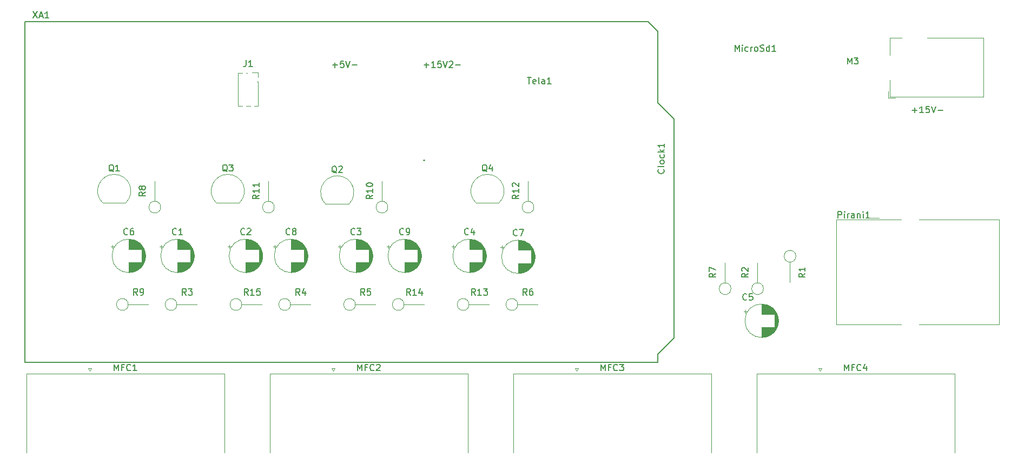
<source format=gbr>
%TF.GenerationSoftware,KiCad,Pcbnew,(6.0.4)*%
%TF.CreationDate,2022-04-19T02:21:29-03:00*%
%TF.ProjectId,TCC_Flow,5443435f-466c-46f7-972e-6b696361645f,rev?*%
%TF.SameCoordinates,Original*%
%TF.FileFunction,Legend,Top*%
%TF.FilePolarity,Positive*%
%FSLAX46Y46*%
G04 Gerber Fmt 4.6, Leading zero omitted, Abs format (unit mm)*
G04 Created by KiCad (PCBNEW (6.0.4)) date 2022-04-19 02:21:29*
%MOMM*%
%LPD*%
G01*
G04 APERTURE LIST*
%ADD10C,0.150000*%
%ADD11C,0.120000*%
G04 APERTURE END LIST*
D10*
%TO.C,M3*%
X192230476Y-51252380D02*
X192230476Y-50252380D01*
X192563809Y-50966666D01*
X192897142Y-50252380D01*
X192897142Y-51252380D01*
X193278095Y-50252380D02*
X193897142Y-50252380D01*
X193563809Y-50633333D01*
X193706666Y-50633333D01*
X193801904Y-50680952D01*
X193849523Y-50728571D01*
X193897142Y-50823809D01*
X193897142Y-51061904D01*
X193849523Y-51157142D01*
X193801904Y-51204761D01*
X193706666Y-51252380D01*
X193420952Y-51252380D01*
X193325714Y-51204761D01*
X193278095Y-51157142D01*
%TO.C,J1*%
X98091666Y-50657380D02*
X98091666Y-51371666D01*
X98044047Y-51514523D01*
X97948809Y-51609761D01*
X97805952Y-51657380D01*
X97710714Y-51657380D01*
X99091666Y-51657380D02*
X98520238Y-51657380D01*
X98805952Y-51657380D02*
X98805952Y-50657380D01*
X98710714Y-50800238D01*
X98615476Y-50895476D01*
X98520238Y-50943095D01*
%TO.C,Pirani1*%
X190771428Y-75327380D02*
X190771428Y-74327380D01*
X191152380Y-74327380D01*
X191247619Y-74375000D01*
X191295238Y-74422619D01*
X191342857Y-74517857D01*
X191342857Y-74660714D01*
X191295238Y-74755952D01*
X191247619Y-74803571D01*
X191152380Y-74851190D01*
X190771428Y-74851190D01*
X191771428Y-75327380D02*
X191771428Y-74660714D01*
X191771428Y-74327380D02*
X191723809Y-74375000D01*
X191771428Y-74422619D01*
X191819047Y-74375000D01*
X191771428Y-74327380D01*
X191771428Y-74422619D01*
X192247619Y-75327380D02*
X192247619Y-74660714D01*
X192247619Y-74851190D02*
X192295238Y-74755952D01*
X192342857Y-74708333D01*
X192438095Y-74660714D01*
X192533333Y-74660714D01*
X193295238Y-75327380D02*
X193295238Y-74803571D01*
X193247619Y-74708333D01*
X193152380Y-74660714D01*
X192961904Y-74660714D01*
X192866666Y-74708333D01*
X193295238Y-75279761D02*
X193200000Y-75327380D01*
X192961904Y-75327380D01*
X192866666Y-75279761D01*
X192819047Y-75184523D01*
X192819047Y-75089285D01*
X192866666Y-74994047D01*
X192961904Y-74946428D01*
X193200000Y-74946428D01*
X193295238Y-74898809D01*
X193771428Y-74660714D02*
X193771428Y-75327380D01*
X193771428Y-74755952D02*
X193819047Y-74708333D01*
X193914285Y-74660714D01*
X194057142Y-74660714D01*
X194152380Y-74708333D01*
X194200000Y-74803571D01*
X194200000Y-75327380D01*
X194676190Y-75327380D02*
X194676190Y-74660714D01*
X194676190Y-74327380D02*
X194628571Y-74375000D01*
X194676190Y-74422619D01*
X194723809Y-74375000D01*
X194676190Y-74327380D01*
X194676190Y-74422619D01*
X195676190Y-75327380D02*
X195104761Y-75327380D01*
X195390476Y-75327380D02*
X195390476Y-74327380D01*
X195295238Y-74470238D01*
X195200000Y-74565476D01*
X195104761Y-74613095D01*
%TO.C,XA1*%
X64781904Y-43016380D02*
X65448571Y-44016380D01*
X65448571Y-43016380D02*
X64781904Y-44016380D01*
X65781904Y-43730666D02*
X66258095Y-43730666D01*
X65686666Y-44016380D02*
X66020000Y-43016380D01*
X66353333Y-44016380D01*
X67210476Y-44016380D02*
X66639047Y-44016380D01*
X66924761Y-44016380D02*
X66924761Y-43016380D01*
X66829523Y-43159238D01*
X66734285Y-43254476D01*
X66639047Y-43302095D01*
X125964000Y-66273142D02*
X126011619Y-66320761D01*
X125964000Y-66368380D01*
X125916380Y-66320761D01*
X125964000Y-66273142D01*
X125964000Y-66368380D01*
%TO.C,C2*%
X97893333Y-77887142D02*
X97845714Y-77934761D01*
X97702857Y-77982380D01*
X97607619Y-77982380D01*
X97464761Y-77934761D01*
X97369523Y-77839523D01*
X97321904Y-77744285D01*
X97274285Y-77553809D01*
X97274285Y-77410952D01*
X97321904Y-77220476D01*
X97369523Y-77125238D01*
X97464761Y-77030000D01*
X97607619Y-76982380D01*
X97702857Y-76982380D01*
X97845714Y-77030000D01*
X97893333Y-77077619D01*
X98274285Y-77077619D02*
X98321904Y-77030000D01*
X98417142Y-76982380D01*
X98655238Y-76982380D01*
X98750476Y-77030000D01*
X98798095Y-77077619D01*
X98845714Y-77172857D01*
X98845714Y-77268095D01*
X98798095Y-77410952D01*
X98226666Y-77982380D01*
X98845714Y-77982380D01*
%TO.C,C1*%
X87193333Y-77887142D02*
X87145714Y-77934761D01*
X87002857Y-77982380D01*
X86907619Y-77982380D01*
X86764761Y-77934761D01*
X86669523Y-77839523D01*
X86621904Y-77744285D01*
X86574285Y-77553809D01*
X86574285Y-77410952D01*
X86621904Y-77220476D01*
X86669523Y-77125238D01*
X86764761Y-77030000D01*
X86907619Y-76982380D01*
X87002857Y-76982380D01*
X87145714Y-77030000D01*
X87193333Y-77077619D01*
X88145714Y-77982380D02*
X87574285Y-77982380D01*
X87860000Y-77982380D02*
X87860000Y-76982380D01*
X87764761Y-77125238D01*
X87669523Y-77220476D01*
X87574285Y-77268095D01*
%TO.C,C9*%
X122753333Y-77887142D02*
X122705714Y-77934761D01*
X122562857Y-77982380D01*
X122467619Y-77982380D01*
X122324761Y-77934761D01*
X122229523Y-77839523D01*
X122181904Y-77744285D01*
X122134285Y-77553809D01*
X122134285Y-77410952D01*
X122181904Y-77220476D01*
X122229523Y-77125238D01*
X122324761Y-77030000D01*
X122467619Y-76982380D01*
X122562857Y-76982380D01*
X122705714Y-77030000D01*
X122753333Y-77077619D01*
X123229523Y-77982380D02*
X123420000Y-77982380D01*
X123515238Y-77934761D01*
X123562857Y-77887142D01*
X123658095Y-77744285D01*
X123705714Y-77553809D01*
X123705714Y-77172857D01*
X123658095Y-77077619D01*
X123610476Y-77030000D01*
X123515238Y-76982380D01*
X123324761Y-76982380D01*
X123229523Y-77030000D01*
X123181904Y-77077619D01*
X123134285Y-77172857D01*
X123134285Y-77410952D01*
X123181904Y-77506190D01*
X123229523Y-77553809D01*
X123324761Y-77601428D01*
X123515238Y-77601428D01*
X123610476Y-77553809D01*
X123658095Y-77506190D01*
X123705714Y-77410952D01*
%TO.C,C8*%
X104973333Y-77887142D02*
X104925714Y-77934761D01*
X104782857Y-77982380D01*
X104687619Y-77982380D01*
X104544761Y-77934761D01*
X104449523Y-77839523D01*
X104401904Y-77744285D01*
X104354285Y-77553809D01*
X104354285Y-77410952D01*
X104401904Y-77220476D01*
X104449523Y-77125238D01*
X104544761Y-77030000D01*
X104687619Y-76982380D01*
X104782857Y-76982380D01*
X104925714Y-77030000D01*
X104973333Y-77077619D01*
X105544761Y-77410952D02*
X105449523Y-77363333D01*
X105401904Y-77315714D01*
X105354285Y-77220476D01*
X105354285Y-77172857D01*
X105401904Y-77077619D01*
X105449523Y-77030000D01*
X105544761Y-76982380D01*
X105735238Y-76982380D01*
X105830476Y-77030000D01*
X105878095Y-77077619D01*
X105925714Y-77172857D01*
X105925714Y-77220476D01*
X105878095Y-77315714D01*
X105830476Y-77363333D01*
X105735238Y-77410952D01*
X105544761Y-77410952D01*
X105449523Y-77458571D01*
X105401904Y-77506190D01*
X105354285Y-77601428D01*
X105354285Y-77791904D01*
X105401904Y-77887142D01*
X105449523Y-77934761D01*
X105544761Y-77982380D01*
X105735238Y-77982380D01*
X105830476Y-77934761D01*
X105878095Y-77887142D01*
X105925714Y-77791904D01*
X105925714Y-77601428D01*
X105878095Y-77506190D01*
X105830476Y-77458571D01*
X105735238Y-77410952D01*
%TO.C,C7*%
X140533333Y-78027142D02*
X140485714Y-78074761D01*
X140342857Y-78122380D01*
X140247619Y-78122380D01*
X140104761Y-78074761D01*
X140009523Y-77979523D01*
X139961904Y-77884285D01*
X139914285Y-77693809D01*
X139914285Y-77550952D01*
X139961904Y-77360476D01*
X140009523Y-77265238D01*
X140104761Y-77170000D01*
X140247619Y-77122380D01*
X140342857Y-77122380D01*
X140485714Y-77170000D01*
X140533333Y-77217619D01*
X140866666Y-77122380D02*
X141533333Y-77122380D01*
X141104761Y-78122380D01*
%TO.C,C6*%
X79573333Y-77887142D02*
X79525714Y-77934761D01*
X79382857Y-77982380D01*
X79287619Y-77982380D01*
X79144761Y-77934761D01*
X79049523Y-77839523D01*
X79001904Y-77744285D01*
X78954285Y-77553809D01*
X78954285Y-77410952D01*
X79001904Y-77220476D01*
X79049523Y-77125238D01*
X79144761Y-77030000D01*
X79287619Y-76982380D01*
X79382857Y-76982380D01*
X79525714Y-77030000D01*
X79573333Y-77077619D01*
X80430476Y-76982380D02*
X80240000Y-76982380D01*
X80144761Y-77030000D01*
X80097142Y-77077619D01*
X80001904Y-77220476D01*
X79954285Y-77410952D01*
X79954285Y-77791904D01*
X80001904Y-77887142D01*
X80049523Y-77934761D01*
X80144761Y-77982380D01*
X80335238Y-77982380D01*
X80430476Y-77934761D01*
X80478095Y-77887142D01*
X80525714Y-77791904D01*
X80525714Y-77553809D01*
X80478095Y-77458571D01*
X80430476Y-77410952D01*
X80335238Y-77363333D01*
X80144761Y-77363333D01*
X80049523Y-77410952D01*
X80001904Y-77458571D01*
X79954285Y-77553809D01*
%TO.C,C5*%
X176453333Y-88107142D02*
X176405714Y-88154761D01*
X176262857Y-88202380D01*
X176167619Y-88202380D01*
X176024761Y-88154761D01*
X175929523Y-88059523D01*
X175881904Y-87964285D01*
X175834285Y-87773809D01*
X175834285Y-87630952D01*
X175881904Y-87440476D01*
X175929523Y-87345238D01*
X176024761Y-87250000D01*
X176167619Y-87202380D01*
X176262857Y-87202380D01*
X176405714Y-87250000D01*
X176453333Y-87297619D01*
X177358095Y-87202380D02*
X176881904Y-87202380D01*
X176834285Y-87678571D01*
X176881904Y-87630952D01*
X176977142Y-87583333D01*
X177215238Y-87583333D01*
X177310476Y-87630952D01*
X177358095Y-87678571D01*
X177405714Y-87773809D01*
X177405714Y-88011904D01*
X177358095Y-88107142D01*
X177310476Y-88154761D01*
X177215238Y-88202380D01*
X176977142Y-88202380D01*
X176881904Y-88154761D01*
X176834285Y-88107142D01*
%TO.C,C4*%
X132913333Y-77887142D02*
X132865714Y-77934761D01*
X132722857Y-77982380D01*
X132627619Y-77982380D01*
X132484761Y-77934761D01*
X132389523Y-77839523D01*
X132341904Y-77744285D01*
X132294285Y-77553809D01*
X132294285Y-77410952D01*
X132341904Y-77220476D01*
X132389523Y-77125238D01*
X132484761Y-77030000D01*
X132627619Y-76982380D01*
X132722857Y-76982380D01*
X132865714Y-77030000D01*
X132913333Y-77077619D01*
X133770476Y-77315714D02*
X133770476Y-77982380D01*
X133532380Y-76934761D02*
X133294285Y-77649047D01*
X133913333Y-77649047D01*
%TO.C,C3*%
X115133333Y-77887142D02*
X115085714Y-77934761D01*
X114942857Y-77982380D01*
X114847619Y-77982380D01*
X114704761Y-77934761D01*
X114609523Y-77839523D01*
X114561904Y-77744285D01*
X114514285Y-77553809D01*
X114514285Y-77410952D01*
X114561904Y-77220476D01*
X114609523Y-77125238D01*
X114704761Y-77030000D01*
X114847619Y-76982380D01*
X114942857Y-76982380D01*
X115085714Y-77030000D01*
X115133333Y-77077619D01*
X115466666Y-76982380D02*
X116085714Y-76982380D01*
X115752380Y-77363333D01*
X115895238Y-77363333D01*
X115990476Y-77410952D01*
X116038095Y-77458571D01*
X116085714Y-77553809D01*
X116085714Y-77791904D01*
X116038095Y-77887142D01*
X115990476Y-77934761D01*
X115895238Y-77982380D01*
X115609523Y-77982380D01*
X115514285Y-77934761D01*
X115466666Y-77887142D01*
%TO.C,+15V-*%
X202359047Y-58491428D02*
X203120952Y-58491428D01*
X202740000Y-58872380D02*
X202740000Y-58110476D01*
X204120952Y-58872380D02*
X203549523Y-58872380D01*
X203835238Y-58872380D02*
X203835238Y-57872380D01*
X203740000Y-58015238D01*
X203644761Y-58110476D01*
X203549523Y-58158095D01*
X205025714Y-57872380D02*
X204549523Y-57872380D01*
X204501904Y-58348571D01*
X204549523Y-58300952D01*
X204644761Y-58253333D01*
X204882857Y-58253333D01*
X204978095Y-58300952D01*
X205025714Y-58348571D01*
X205073333Y-58443809D01*
X205073333Y-58681904D01*
X205025714Y-58777142D01*
X204978095Y-58824761D01*
X204882857Y-58872380D01*
X204644761Y-58872380D01*
X204549523Y-58824761D01*
X204501904Y-58777142D01*
X205359047Y-57872380D02*
X205692380Y-58872380D01*
X206025714Y-57872380D01*
X206359047Y-58491428D02*
X207120952Y-58491428D01*
%TO.C,MFC1*%
X77461904Y-99252380D02*
X77461904Y-98252380D01*
X77795238Y-98966666D01*
X78128571Y-98252380D01*
X78128571Y-99252380D01*
X78938095Y-98728571D02*
X78604761Y-98728571D01*
X78604761Y-99252380D02*
X78604761Y-98252380D01*
X79080952Y-98252380D01*
X80033333Y-99157142D02*
X79985714Y-99204761D01*
X79842857Y-99252380D01*
X79747619Y-99252380D01*
X79604761Y-99204761D01*
X79509523Y-99109523D01*
X79461904Y-99014285D01*
X79414285Y-98823809D01*
X79414285Y-98680952D01*
X79461904Y-98490476D01*
X79509523Y-98395238D01*
X79604761Y-98300000D01*
X79747619Y-98252380D01*
X79842857Y-98252380D01*
X79985714Y-98300000D01*
X80033333Y-98347619D01*
X80985714Y-99252380D02*
X80414285Y-99252380D01*
X80700000Y-99252380D02*
X80700000Y-98252380D01*
X80604761Y-98395238D01*
X80509523Y-98490476D01*
X80414285Y-98538095D01*
%TO.C,MFC4*%
X191761904Y-99252380D02*
X191761904Y-98252380D01*
X192095238Y-98966666D01*
X192428571Y-98252380D01*
X192428571Y-99252380D01*
X193238095Y-98728571D02*
X192904761Y-98728571D01*
X192904761Y-99252380D02*
X192904761Y-98252380D01*
X193380952Y-98252380D01*
X194333333Y-99157142D02*
X194285714Y-99204761D01*
X194142857Y-99252380D01*
X194047619Y-99252380D01*
X193904761Y-99204761D01*
X193809523Y-99109523D01*
X193761904Y-99014285D01*
X193714285Y-98823809D01*
X193714285Y-98680952D01*
X193761904Y-98490476D01*
X193809523Y-98395238D01*
X193904761Y-98300000D01*
X194047619Y-98252380D01*
X194142857Y-98252380D01*
X194285714Y-98300000D01*
X194333333Y-98347619D01*
X195190476Y-98585714D02*
X195190476Y-99252380D01*
X194952380Y-98204761D02*
X194714285Y-98919047D01*
X195333333Y-98919047D01*
%TO.C,MFC3*%
X153661904Y-99252380D02*
X153661904Y-98252380D01*
X153995238Y-98966666D01*
X154328571Y-98252380D01*
X154328571Y-99252380D01*
X155138095Y-98728571D02*
X154804761Y-98728571D01*
X154804761Y-99252380D02*
X154804761Y-98252380D01*
X155280952Y-98252380D01*
X156233333Y-99157142D02*
X156185714Y-99204761D01*
X156042857Y-99252380D01*
X155947619Y-99252380D01*
X155804761Y-99204761D01*
X155709523Y-99109523D01*
X155661904Y-99014285D01*
X155614285Y-98823809D01*
X155614285Y-98680952D01*
X155661904Y-98490476D01*
X155709523Y-98395238D01*
X155804761Y-98300000D01*
X155947619Y-98252380D01*
X156042857Y-98252380D01*
X156185714Y-98300000D01*
X156233333Y-98347619D01*
X156566666Y-98252380D02*
X157185714Y-98252380D01*
X156852380Y-98633333D01*
X156995238Y-98633333D01*
X157090476Y-98680952D01*
X157138095Y-98728571D01*
X157185714Y-98823809D01*
X157185714Y-99061904D01*
X157138095Y-99157142D01*
X157090476Y-99204761D01*
X156995238Y-99252380D01*
X156709523Y-99252380D01*
X156614285Y-99204761D01*
X156566666Y-99157142D01*
%TO.C,MFC2*%
X115561904Y-99252380D02*
X115561904Y-98252380D01*
X115895238Y-98966666D01*
X116228571Y-98252380D01*
X116228571Y-99252380D01*
X117038095Y-98728571D02*
X116704761Y-98728571D01*
X116704761Y-99252380D02*
X116704761Y-98252380D01*
X117180952Y-98252380D01*
X118133333Y-99157142D02*
X118085714Y-99204761D01*
X117942857Y-99252380D01*
X117847619Y-99252380D01*
X117704761Y-99204761D01*
X117609523Y-99109523D01*
X117561904Y-99014285D01*
X117514285Y-98823809D01*
X117514285Y-98680952D01*
X117561904Y-98490476D01*
X117609523Y-98395238D01*
X117704761Y-98300000D01*
X117847619Y-98252380D01*
X117942857Y-98252380D01*
X118085714Y-98300000D01*
X118133333Y-98347619D01*
X118514285Y-98347619D02*
X118561904Y-98300000D01*
X118657142Y-98252380D01*
X118895238Y-98252380D01*
X118990476Y-98300000D01*
X119038095Y-98347619D01*
X119085714Y-98442857D01*
X119085714Y-98538095D01*
X119038095Y-98680952D01*
X118466666Y-99252380D01*
X119085714Y-99252380D01*
%TO.C,+15V2-*%
X125942857Y-51411428D02*
X126704761Y-51411428D01*
X126323809Y-51792380D02*
X126323809Y-51030476D01*
X127704761Y-51792380D02*
X127133333Y-51792380D01*
X127419047Y-51792380D02*
X127419047Y-50792380D01*
X127323809Y-50935238D01*
X127228571Y-51030476D01*
X127133333Y-51078095D01*
X128609523Y-50792380D02*
X128133333Y-50792380D01*
X128085714Y-51268571D01*
X128133333Y-51220952D01*
X128228571Y-51173333D01*
X128466666Y-51173333D01*
X128561904Y-51220952D01*
X128609523Y-51268571D01*
X128657142Y-51363809D01*
X128657142Y-51601904D01*
X128609523Y-51697142D01*
X128561904Y-51744761D01*
X128466666Y-51792380D01*
X128228571Y-51792380D01*
X128133333Y-51744761D01*
X128085714Y-51697142D01*
X128942857Y-50792380D02*
X129276190Y-51792380D01*
X129609523Y-50792380D01*
X129895238Y-50887619D02*
X129942857Y-50840000D01*
X130038095Y-50792380D01*
X130276190Y-50792380D01*
X130371428Y-50840000D01*
X130419047Y-50887619D01*
X130466666Y-50982857D01*
X130466666Y-51078095D01*
X130419047Y-51220952D01*
X129847619Y-51792380D01*
X130466666Y-51792380D01*
X130895238Y-51411428D02*
X131657142Y-51411428D01*
%TO.C,+5V-*%
X111655238Y-51411428D02*
X112417142Y-51411428D01*
X112036190Y-51792380D02*
X112036190Y-51030476D01*
X113369523Y-50792380D02*
X112893333Y-50792380D01*
X112845714Y-51268571D01*
X112893333Y-51220952D01*
X112988571Y-51173333D01*
X113226666Y-51173333D01*
X113321904Y-51220952D01*
X113369523Y-51268571D01*
X113417142Y-51363809D01*
X113417142Y-51601904D01*
X113369523Y-51697142D01*
X113321904Y-51744761D01*
X113226666Y-51792380D01*
X112988571Y-51792380D01*
X112893333Y-51744761D01*
X112845714Y-51697142D01*
X113702857Y-50792380D02*
X114036190Y-51792380D01*
X114369523Y-50792380D01*
X114702857Y-51411428D02*
X115464761Y-51411428D01*
%TO.C,Tela1*%
X142135238Y-53332380D02*
X142706666Y-53332380D01*
X142420952Y-54332380D02*
X142420952Y-53332380D01*
X143420952Y-54284761D02*
X143325714Y-54332380D01*
X143135238Y-54332380D01*
X143040000Y-54284761D01*
X142992380Y-54189523D01*
X142992380Y-53808571D01*
X143040000Y-53713333D01*
X143135238Y-53665714D01*
X143325714Y-53665714D01*
X143420952Y-53713333D01*
X143468571Y-53808571D01*
X143468571Y-53903809D01*
X142992380Y-53999047D01*
X144040000Y-54332380D02*
X143944761Y-54284761D01*
X143897142Y-54189523D01*
X143897142Y-53332380D01*
X144849523Y-54332380D02*
X144849523Y-53808571D01*
X144801904Y-53713333D01*
X144706666Y-53665714D01*
X144516190Y-53665714D01*
X144420952Y-53713333D01*
X144849523Y-54284761D02*
X144754285Y-54332380D01*
X144516190Y-54332380D01*
X144420952Y-54284761D01*
X144373333Y-54189523D01*
X144373333Y-54094285D01*
X144420952Y-53999047D01*
X144516190Y-53951428D01*
X144754285Y-53951428D01*
X144849523Y-53903809D01*
X145849523Y-54332380D02*
X145278095Y-54332380D01*
X145563809Y-54332380D02*
X145563809Y-53332380D01*
X145468571Y-53475238D01*
X145373333Y-53570476D01*
X145278095Y-53618095D01*
%TO.C,Clock1*%
X163457142Y-67754285D02*
X163504761Y-67801904D01*
X163552380Y-67944761D01*
X163552380Y-68040000D01*
X163504761Y-68182857D01*
X163409523Y-68278095D01*
X163314285Y-68325714D01*
X163123809Y-68373333D01*
X162980952Y-68373333D01*
X162790476Y-68325714D01*
X162695238Y-68278095D01*
X162600000Y-68182857D01*
X162552380Y-68040000D01*
X162552380Y-67944761D01*
X162600000Y-67801904D01*
X162647619Y-67754285D01*
X163552380Y-67182857D02*
X163504761Y-67278095D01*
X163409523Y-67325714D01*
X162552380Y-67325714D01*
X163552380Y-66659047D02*
X163504761Y-66754285D01*
X163457142Y-66801904D01*
X163361904Y-66849523D01*
X163076190Y-66849523D01*
X162980952Y-66801904D01*
X162933333Y-66754285D01*
X162885714Y-66659047D01*
X162885714Y-66516190D01*
X162933333Y-66420952D01*
X162980952Y-66373333D01*
X163076190Y-66325714D01*
X163361904Y-66325714D01*
X163457142Y-66373333D01*
X163504761Y-66420952D01*
X163552380Y-66516190D01*
X163552380Y-66659047D01*
X163504761Y-65468571D02*
X163552380Y-65563809D01*
X163552380Y-65754285D01*
X163504761Y-65849523D01*
X163457142Y-65897142D01*
X163361904Y-65944761D01*
X163076190Y-65944761D01*
X162980952Y-65897142D01*
X162933333Y-65849523D01*
X162885714Y-65754285D01*
X162885714Y-65563809D01*
X162933333Y-65468571D01*
X163552380Y-65040000D02*
X162552380Y-65040000D01*
X163171428Y-64944761D02*
X163552380Y-64659047D01*
X162885714Y-64659047D02*
X163266666Y-65040000D01*
X163552380Y-63706666D02*
X163552380Y-64278095D01*
X163552380Y-63992380D02*
X162552380Y-63992380D01*
X162695238Y-64087619D01*
X162790476Y-64182857D01*
X162838095Y-64278095D01*
%TO.C,MicroSd1*%
X174633333Y-49252380D02*
X174633333Y-48252380D01*
X174966666Y-48966666D01*
X175300000Y-48252380D01*
X175300000Y-49252380D01*
X175776190Y-49252380D02*
X175776190Y-48585714D01*
X175776190Y-48252380D02*
X175728571Y-48300000D01*
X175776190Y-48347619D01*
X175823809Y-48300000D01*
X175776190Y-48252380D01*
X175776190Y-48347619D01*
X176680952Y-49204761D02*
X176585714Y-49252380D01*
X176395238Y-49252380D01*
X176300000Y-49204761D01*
X176252380Y-49157142D01*
X176204761Y-49061904D01*
X176204761Y-48776190D01*
X176252380Y-48680952D01*
X176300000Y-48633333D01*
X176395238Y-48585714D01*
X176585714Y-48585714D01*
X176680952Y-48633333D01*
X177109523Y-49252380D02*
X177109523Y-48585714D01*
X177109523Y-48776190D02*
X177157142Y-48680952D01*
X177204761Y-48633333D01*
X177300000Y-48585714D01*
X177395238Y-48585714D01*
X177871428Y-49252380D02*
X177776190Y-49204761D01*
X177728571Y-49157142D01*
X177680952Y-49061904D01*
X177680952Y-48776190D01*
X177728571Y-48680952D01*
X177776190Y-48633333D01*
X177871428Y-48585714D01*
X178014285Y-48585714D01*
X178109523Y-48633333D01*
X178157142Y-48680952D01*
X178204761Y-48776190D01*
X178204761Y-49061904D01*
X178157142Y-49157142D01*
X178109523Y-49204761D01*
X178014285Y-49252380D01*
X177871428Y-49252380D01*
X178585714Y-49204761D02*
X178728571Y-49252380D01*
X178966666Y-49252380D01*
X179061904Y-49204761D01*
X179109523Y-49157142D01*
X179157142Y-49061904D01*
X179157142Y-48966666D01*
X179109523Y-48871428D01*
X179061904Y-48823809D01*
X178966666Y-48776190D01*
X178776190Y-48728571D01*
X178680952Y-48680952D01*
X178633333Y-48633333D01*
X178585714Y-48538095D01*
X178585714Y-48442857D01*
X178633333Y-48347619D01*
X178680952Y-48300000D01*
X178776190Y-48252380D01*
X179014285Y-48252380D01*
X179157142Y-48300000D01*
X180014285Y-49252380D02*
X180014285Y-48252380D01*
X180014285Y-49204761D02*
X179919047Y-49252380D01*
X179728571Y-49252380D01*
X179633333Y-49204761D01*
X179585714Y-49157142D01*
X179538095Y-49061904D01*
X179538095Y-48776190D01*
X179585714Y-48680952D01*
X179633333Y-48633333D01*
X179728571Y-48585714D01*
X179919047Y-48585714D01*
X180014285Y-48633333D01*
X181014285Y-49252380D02*
X180442857Y-49252380D01*
X180728571Y-49252380D02*
X180728571Y-48252380D01*
X180633333Y-48395238D01*
X180538095Y-48490476D01*
X180442857Y-48538095D01*
%TO.C,Q4*%
X135794761Y-68107619D02*
X135699523Y-68060000D01*
X135604285Y-67964761D01*
X135461428Y-67821904D01*
X135366190Y-67774285D01*
X135270952Y-67774285D01*
X135318571Y-68012380D02*
X135223333Y-67964761D01*
X135128095Y-67869523D01*
X135080476Y-67679047D01*
X135080476Y-67345714D01*
X135128095Y-67155238D01*
X135223333Y-67060000D01*
X135318571Y-67012380D01*
X135509047Y-67012380D01*
X135604285Y-67060000D01*
X135699523Y-67155238D01*
X135747142Y-67345714D01*
X135747142Y-67679047D01*
X135699523Y-67869523D01*
X135604285Y-67964761D01*
X135509047Y-68012380D01*
X135318571Y-68012380D01*
X136604285Y-67345714D02*
X136604285Y-68012380D01*
X136366190Y-66964761D02*
X136128095Y-67679047D01*
X136747142Y-67679047D01*
%TO.C,Q3*%
X95154761Y-68107619D02*
X95059523Y-68060000D01*
X94964285Y-67964761D01*
X94821428Y-67821904D01*
X94726190Y-67774285D01*
X94630952Y-67774285D01*
X94678571Y-68012380D02*
X94583333Y-67964761D01*
X94488095Y-67869523D01*
X94440476Y-67679047D01*
X94440476Y-67345714D01*
X94488095Y-67155238D01*
X94583333Y-67060000D01*
X94678571Y-67012380D01*
X94869047Y-67012380D01*
X94964285Y-67060000D01*
X95059523Y-67155238D01*
X95107142Y-67345714D01*
X95107142Y-67679047D01*
X95059523Y-67869523D01*
X94964285Y-67964761D01*
X94869047Y-68012380D01*
X94678571Y-68012380D01*
X95440476Y-67012380D02*
X96059523Y-67012380D01*
X95726190Y-67393333D01*
X95869047Y-67393333D01*
X95964285Y-67440952D01*
X96011904Y-67488571D01*
X96059523Y-67583809D01*
X96059523Y-67821904D01*
X96011904Y-67917142D01*
X95964285Y-67964761D01*
X95869047Y-68012380D01*
X95583333Y-68012380D01*
X95488095Y-67964761D01*
X95440476Y-67917142D01*
%TO.C,Q2*%
X112279761Y-68325119D02*
X112184523Y-68277500D01*
X112089285Y-68182261D01*
X111946428Y-68039404D01*
X111851190Y-67991785D01*
X111755952Y-67991785D01*
X111803571Y-68229880D02*
X111708333Y-68182261D01*
X111613095Y-68087023D01*
X111565476Y-67896547D01*
X111565476Y-67563214D01*
X111613095Y-67372738D01*
X111708333Y-67277500D01*
X111803571Y-67229880D01*
X111994047Y-67229880D01*
X112089285Y-67277500D01*
X112184523Y-67372738D01*
X112232142Y-67563214D01*
X112232142Y-67896547D01*
X112184523Y-68087023D01*
X112089285Y-68182261D01*
X111994047Y-68229880D01*
X111803571Y-68229880D01*
X112613095Y-67325119D02*
X112660714Y-67277500D01*
X112755952Y-67229880D01*
X112994047Y-67229880D01*
X113089285Y-67277500D01*
X113136904Y-67325119D01*
X113184523Y-67420357D01*
X113184523Y-67515595D01*
X113136904Y-67658452D01*
X112565476Y-68229880D01*
X113184523Y-68229880D01*
%TO.C,Q1*%
X77374761Y-68107619D02*
X77279523Y-68060000D01*
X77184285Y-67964761D01*
X77041428Y-67821904D01*
X76946190Y-67774285D01*
X76850952Y-67774285D01*
X76898571Y-68012380D02*
X76803333Y-67964761D01*
X76708095Y-67869523D01*
X76660476Y-67679047D01*
X76660476Y-67345714D01*
X76708095Y-67155238D01*
X76803333Y-67060000D01*
X76898571Y-67012380D01*
X77089047Y-67012380D01*
X77184285Y-67060000D01*
X77279523Y-67155238D01*
X77327142Y-67345714D01*
X77327142Y-67679047D01*
X77279523Y-67869523D01*
X77184285Y-67964761D01*
X77089047Y-68012380D01*
X76898571Y-68012380D01*
X78279523Y-68012380D02*
X77708095Y-68012380D01*
X77993809Y-68012380D02*
X77993809Y-67012380D01*
X77898571Y-67155238D01*
X77803333Y-67250476D01*
X77708095Y-67298095D01*
%TO.C,R15*%
X98417142Y-87432380D02*
X98083809Y-86956190D01*
X97845714Y-87432380D02*
X97845714Y-86432380D01*
X98226666Y-86432380D01*
X98321904Y-86480000D01*
X98369523Y-86527619D01*
X98417142Y-86622857D01*
X98417142Y-86765714D01*
X98369523Y-86860952D01*
X98321904Y-86908571D01*
X98226666Y-86956190D01*
X97845714Y-86956190D01*
X99369523Y-87432380D02*
X98798095Y-87432380D01*
X99083809Y-87432380D02*
X99083809Y-86432380D01*
X98988571Y-86575238D01*
X98893333Y-86670476D01*
X98798095Y-86718095D01*
X100274285Y-86432380D02*
X99798095Y-86432380D01*
X99750476Y-86908571D01*
X99798095Y-86860952D01*
X99893333Y-86813333D01*
X100131428Y-86813333D01*
X100226666Y-86860952D01*
X100274285Y-86908571D01*
X100321904Y-87003809D01*
X100321904Y-87241904D01*
X100274285Y-87337142D01*
X100226666Y-87384761D01*
X100131428Y-87432380D01*
X99893333Y-87432380D01*
X99798095Y-87384761D01*
X99750476Y-87337142D01*
%TO.C,R14*%
X123817142Y-87432380D02*
X123483809Y-86956190D01*
X123245714Y-87432380D02*
X123245714Y-86432380D01*
X123626666Y-86432380D01*
X123721904Y-86480000D01*
X123769523Y-86527619D01*
X123817142Y-86622857D01*
X123817142Y-86765714D01*
X123769523Y-86860952D01*
X123721904Y-86908571D01*
X123626666Y-86956190D01*
X123245714Y-86956190D01*
X124769523Y-87432380D02*
X124198095Y-87432380D01*
X124483809Y-87432380D02*
X124483809Y-86432380D01*
X124388571Y-86575238D01*
X124293333Y-86670476D01*
X124198095Y-86718095D01*
X125626666Y-86765714D02*
X125626666Y-87432380D01*
X125388571Y-86384761D02*
X125150476Y-87099047D01*
X125769523Y-87099047D01*
%TO.C,R13*%
X133977142Y-87432380D02*
X133643809Y-86956190D01*
X133405714Y-87432380D02*
X133405714Y-86432380D01*
X133786666Y-86432380D01*
X133881904Y-86480000D01*
X133929523Y-86527619D01*
X133977142Y-86622857D01*
X133977142Y-86765714D01*
X133929523Y-86860952D01*
X133881904Y-86908571D01*
X133786666Y-86956190D01*
X133405714Y-86956190D01*
X134929523Y-87432380D02*
X134358095Y-87432380D01*
X134643809Y-87432380D02*
X134643809Y-86432380D01*
X134548571Y-86575238D01*
X134453333Y-86670476D01*
X134358095Y-86718095D01*
X135262857Y-86432380D02*
X135881904Y-86432380D01*
X135548571Y-86813333D01*
X135691428Y-86813333D01*
X135786666Y-86860952D01*
X135834285Y-86908571D01*
X135881904Y-87003809D01*
X135881904Y-87241904D01*
X135834285Y-87337142D01*
X135786666Y-87384761D01*
X135691428Y-87432380D01*
X135405714Y-87432380D01*
X135310476Y-87384761D01*
X135262857Y-87337142D01*
%TO.C,R12*%
X140772380Y-71762857D02*
X140296190Y-72096190D01*
X140772380Y-72334285D02*
X139772380Y-72334285D01*
X139772380Y-71953333D01*
X139820000Y-71858095D01*
X139867619Y-71810476D01*
X139962857Y-71762857D01*
X140105714Y-71762857D01*
X140200952Y-71810476D01*
X140248571Y-71858095D01*
X140296190Y-71953333D01*
X140296190Y-72334285D01*
X140772380Y-70810476D02*
X140772380Y-71381904D01*
X140772380Y-71096190D02*
X139772380Y-71096190D01*
X139915238Y-71191428D01*
X140010476Y-71286666D01*
X140058095Y-71381904D01*
X139867619Y-70429523D02*
X139820000Y-70381904D01*
X139772380Y-70286666D01*
X139772380Y-70048571D01*
X139820000Y-69953333D01*
X139867619Y-69905714D01*
X139962857Y-69858095D01*
X140058095Y-69858095D01*
X140200952Y-69905714D01*
X140772380Y-70477142D01*
X140772380Y-69858095D01*
%TO.C,R11*%
X100132380Y-71762857D02*
X99656190Y-72096190D01*
X100132380Y-72334285D02*
X99132380Y-72334285D01*
X99132380Y-71953333D01*
X99180000Y-71858095D01*
X99227619Y-71810476D01*
X99322857Y-71762857D01*
X99465714Y-71762857D01*
X99560952Y-71810476D01*
X99608571Y-71858095D01*
X99656190Y-71953333D01*
X99656190Y-72334285D01*
X100132380Y-70810476D02*
X100132380Y-71381904D01*
X100132380Y-71096190D02*
X99132380Y-71096190D01*
X99275238Y-71191428D01*
X99370476Y-71286666D01*
X99418095Y-71381904D01*
X100132380Y-69858095D02*
X100132380Y-70429523D01*
X100132380Y-70143809D02*
X99132380Y-70143809D01*
X99275238Y-70239047D01*
X99370476Y-70334285D01*
X99418095Y-70429523D01*
%TO.C,R10*%
X117912380Y-71762857D02*
X117436190Y-72096190D01*
X117912380Y-72334285D02*
X116912380Y-72334285D01*
X116912380Y-71953333D01*
X116960000Y-71858095D01*
X117007619Y-71810476D01*
X117102857Y-71762857D01*
X117245714Y-71762857D01*
X117340952Y-71810476D01*
X117388571Y-71858095D01*
X117436190Y-71953333D01*
X117436190Y-72334285D01*
X117912380Y-70810476D02*
X117912380Y-71381904D01*
X117912380Y-71096190D02*
X116912380Y-71096190D01*
X117055238Y-71191428D01*
X117150476Y-71286666D01*
X117198095Y-71381904D01*
X116912380Y-70191428D02*
X116912380Y-70096190D01*
X116960000Y-70000952D01*
X117007619Y-69953333D01*
X117102857Y-69905714D01*
X117293333Y-69858095D01*
X117531428Y-69858095D01*
X117721904Y-69905714D01*
X117817142Y-69953333D01*
X117864761Y-70000952D01*
X117912380Y-70096190D01*
X117912380Y-70191428D01*
X117864761Y-70286666D01*
X117817142Y-70334285D01*
X117721904Y-70381904D01*
X117531428Y-70429523D01*
X117293333Y-70429523D01*
X117102857Y-70381904D01*
X117007619Y-70334285D01*
X116960000Y-70286666D01*
X116912380Y-70191428D01*
%TO.C,R9*%
X81113333Y-87432380D02*
X80780000Y-86956190D01*
X80541904Y-87432380D02*
X80541904Y-86432380D01*
X80922857Y-86432380D01*
X81018095Y-86480000D01*
X81065714Y-86527619D01*
X81113333Y-86622857D01*
X81113333Y-86765714D01*
X81065714Y-86860952D01*
X81018095Y-86908571D01*
X80922857Y-86956190D01*
X80541904Y-86956190D01*
X81589523Y-87432380D02*
X81780000Y-87432380D01*
X81875238Y-87384761D01*
X81922857Y-87337142D01*
X82018095Y-87194285D01*
X82065714Y-87003809D01*
X82065714Y-86622857D01*
X82018095Y-86527619D01*
X81970476Y-86480000D01*
X81875238Y-86432380D01*
X81684761Y-86432380D01*
X81589523Y-86480000D01*
X81541904Y-86527619D01*
X81494285Y-86622857D01*
X81494285Y-86860952D01*
X81541904Y-86956190D01*
X81589523Y-87003809D01*
X81684761Y-87051428D01*
X81875238Y-87051428D01*
X81970476Y-87003809D01*
X82018095Y-86956190D01*
X82065714Y-86860952D01*
%TO.C,R8*%
X82352380Y-71286666D02*
X81876190Y-71620000D01*
X82352380Y-71858095D02*
X81352380Y-71858095D01*
X81352380Y-71477142D01*
X81400000Y-71381904D01*
X81447619Y-71334285D01*
X81542857Y-71286666D01*
X81685714Y-71286666D01*
X81780952Y-71334285D01*
X81828571Y-71381904D01*
X81876190Y-71477142D01*
X81876190Y-71858095D01*
X81780952Y-70715238D02*
X81733333Y-70810476D01*
X81685714Y-70858095D01*
X81590476Y-70905714D01*
X81542857Y-70905714D01*
X81447619Y-70858095D01*
X81400000Y-70810476D01*
X81352380Y-70715238D01*
X81352380Y-70524761D01*
X81400000Y-70429523D01*
X81447619Y-70381904D01*
X81542857Y-70334285D01*
X81590476Y-70334285D01*
X81685714Y-70381904D01*
X81733333Y-70429523D01*
X81780952Y-70524761D01*
X81780952Y-70715238D01*
X81828571Y-70810476D01*
X81876190Y-70858095D01*
X81971428Y-70905714D01*
X82161904Y-70905714D01*
X82257142Y-70858095D01*
X82304761Y-70810476D01*
X82352380Y-70715238D01*
X82352380Y-70524761D01*
X82304761Y-70429523D01*
X82257142Y-70381904D01*
X82161904Y-70334285D01*
X81971428Y-70334285D01*
X81876190Y-70381904D01*
X81828571Y-70429523D01*
X81780952Y-70524761D01*
%TO.C,R7*%
X171612380Y-84046666D02*
X171136190Y-84380000D01*
X171612380Y-84618095D02*
X170612380Y-84618095D01*
X170612380Y-84237142D01*
X170660000Y-84141904D01*
X170707619Y-84094285D01*
X170802857Y-84046666D01*
X170945714Y-84046666D01*
X171040952Y-84094285D01*
X171088571Y-84141904D01*
X171136190Y-84237142D01*
X171136190Y-84618095D01*
X170612380Y-83713333D02*
X170612380Y-83046666D01*
X171612380Y-83475238D01*
%TO.C,R6*%
X142073333Y-87432380D02*
X141740000Y-86956190D01*
X141501904Y-87432380D02*
X141501904Y-86432380D01*
X141882857Y-86432380D01*
X141978095Y-86480000D01*
X142025714Y-86527619D01*
X142073333Y-86622857D01*
X142073333Y-86765714D01*
X142025714Y-86860952D01*
X141978095Y-86908571D01*
X141882857Y-86956190D01*
X141501904Y-86956190D01*
X142930476Y-86432380D02*
X142740000Y-86432380D01*
X142644761Y-86480000D01*
X142597142Y-86527619D01*
X142501904Y-86670476D01*
X142454285Y-86860952D01*
X142454285Y-87241904D01*
X142501904Y-87337142D01*
X142549523Y-87384761D01*
X142644761Y-87432380D01*
X142835238Y-87432380D01*
X142930476Y-87384761D01*
X142978095Y-87337142D01*
X143025714Y-87241904D01*
X143025714Y-87003809D01*
X142978095Y-86908571D01*
X142930476Y-86860952D01*
X142835238Y-86813333D01*
X142644761Y-86813333D01*
X142549523Y-86860952D01*
X142501904Y-86908571D01*
X142454285Y-87003809D01*
%TO.C,R5*%
X116673333Y-87432380D02*
X116340000Y-86956190D01*
X116101904Y-87432380D02*
X116101904Y-86432380D01*
X116482857Y-86432380D01*
X116578095Y-86480000D01*
X116625714Y-86527619D01*
X116673333Y-86622857D01*
X116673333Y-86765714D01*
X116625714Y-86860952D01*
X116578095Y-86908571D01*
X116482857Y-86956190D01*
X116101904Y-86956190D01*
X117578095Y-86432380D02*
X117101904Y-86432380D01*
X117054285Y-86908571D01*
X117101904Y-86860952D01*
X117197142Y-86813333D01*
X117435238Y-86813333D01*
X117530476Y-86860952D01*
X117578095Y-86908571D01*
X117625714Y-87003809D01*
X117625714Y-87241904D01*
X117578095Y-87337142D01*
X117530476Y-87384761D01*
X117435238Y-87432380D01*
X117197142Y-87432380D01*
X117101904Y-87384761D01*
X117054285Y-87337142D01*
%TO.C,R4*%
X106513333Y-87432380D02*
X106180000Y-86956190D01*
X105941904Y-87432380D02*
X105941904Y-86432380D01*
X106322857Y-86432380D01*
X106418095Y-86480000D01*
X106465714Y-86527619D01*
X106513333Y-86622857D01*
X106513333Y-86765714D01*
X106465714Y-86860952D01*
X106418095Y-86908571D01*
X106322857Y-86956190D01*
X105941904Y-86956190D01*
X107370476Y-86765714D02*
X107370476Y-87432380D01*
X107132380Y-86384761D02*
X106894285Y-87099047D01*
X107513333Y-87099047D01*
%TO.C,R3*%
X88733333Y-87432380D02*
X88400000Y-86956190D01*
X88161904Y-87432380D02*
X88161904Y-86432380D01*
X88542857Y-86432380D01*
X88638095Y-86480000D01*
X88685714Y-86527619D01*
X88733333Y-86622857D01*
X88733333Y-86765714D01*
X88685714Y-86860952D01*
X88638095Y-86908571D01*
X88542857Y-86956190D01*
X88161904Y-86956190D01*
X89066666Y-86432380D02*
X89685714Y-86432380D01*
X89352380Y-86813333D01*
X89495238Y-86813333D01*
X89590476Y-86860952D01*
X89638095Y-86908571D01*
X89685714Y-87003809D01*
X89685714Y-87241904D01*
X89638095Y-87337142D01*
X89590476Y-87384761D01*
X89495238Y-87432380D01*
X89209523Y-87432380D01*
X89114285Y-87384761D01*
X89066666Y-87337142D01*
%TO.C,R2*%
X176692380Y-84046666D02*
X176216190Y-84380000D01*
X176692380Y-84618095D02*
X175692380Y-84618095D01*
X175692380Y-84237142D01*
X175740000Y-84141904D01*
X175787619Y-84094285D01*
X175882857Y-84046666D01*
X176025714Y-84046666D01*
X176120952Y-84094285D01*
X176168571Y-84141904D01*
X176216190Y-84237142D01*
X176216190Y-84618095D01*
X175787619Y-83665714D02*
X175740000Y-83618095D01*
X175692380Y-83522857D01*
X175692380Y-83284761D01*
X175740000Y-83189523D01*
X175787619Y-83141904D01*
X175882857Y-83094285D01*
X175978095Y-83094285D01*
X176120952Y-83141904D01*
X176692380Y-83713333D01*
X176692380Y-83094285D01*
%TO.C,R1*%
X185612380Y-84046666D02*
X185136190Y-84380000D01*
X185612380Y-84618095D02*
X184612380Y-84618095D01*
X184612380Y-84237142D01*
X184660000Y-84141904D01*
X184707619Y-84094285D01*
X184802857Y-84046666D01*
X184945714Y-84046666D01*
X185040952Y-84094285D01*
X185088571Y-84141904D01*
X185136190Y-84237142D01*
X185136190Y-84618095D01*
X185612380Y-83094285D02*
X185612380Y-83665714D01*
X185612380Y-83380000D02*
X184612380Y-83380000D01*
X184755238Y-83475238D01*
X184850476Y-83570476D01*
X184898095Y-83665714D01*
D11*
%TO.C,J1*%
X96840000Y-52645000D02*
X96840000Y-57845000D01*
X99820000Y-53975000D02*
X100010000Y-53975000D01*
X99367530Y-57845000D02*
X100010000Y-57845000D01*
X99060000Y-52580000D02*
X100010000Y-52580000D01*
X98097530Y-57845000D02*
X98752470Y-57845000D01*
X100010000Y-52580000D02*
X100010000Y-53340000D01*
X100010000Y-53975000D02*
X100010000Y-57845000D01*
X96840000Y-52645000D02*
X97482470Y-52645000D01*
X96840000Y-57845000D02*
X97482470Y-57845000D01*
X98097530Y-52645000D02*
X98300000Y-52645000D01*
%TO.C,Pirani1*%
X200670000Y-75610000D02*
X190480000Y-75610000D01*
X216000000Y-75610000D02*
X203410000Y-75610000D01*
X216000000Y-92030000D02*
X216000000Y-75610000D01*
X195200000Y-75375000D02*
X197200000Y-75375000D01*
X190480000Y-92030000D02*
X200670000Y-92030000D01*
X190480000Y-75610000D02*
X190480000Y-92030000D01*
X203410000Y-92030000D02*
X216000000Y-92030000D01*
D10*
%TO.C,XA1*%
X63480000Y-44580000D02*
X161016000Y-44580000D01*
X63480000Y-97920000D02*
X162540000Y-97920000D01*
X161016000Y-44580000D02*
X162540000Y-46104000D01*
X162540000Y-97920000D02*
X162540000Y-96650000D01*
X162540000Y-96650000D02*
X165080000Y-94110000D01*
X165080000Y-94110000D02*
X165080000Y-59820000D01*
X165080000Y-59820000D02*
X162540000Y-57280000D01*
X162540000Y-57280000D02*
X162540000Y-46104000D01*
X63480000Y-44580000D02*
X63480000Y-97920000D01*
D11*
%TO.C,C2*%
X100061000Y-82320000D02*
X100061000Y-82933000D01*
X99381000Y-82320000D02*
X99381000Y-83504000D01*
X98260000Y-82320000D02*
X98260000Y-83853000D01*
X99301000Y-79012000D02*
X99301000Y-80240000D01*
X99181000Y-78951000D02*
X99181000Y-80240000D01*
X99221000Y-78970000D02*
X99221000Y-80240000D01*
X99741000Y-79309000D02*
X99741000Y-80240000D01*
X100021000Y-82320000D02*
X100021000Y-82979000D01*
X99701000Y-82320000D02*
X99701000Y-83284000D01*
X98220000Y-78704000D02*
X98220000Y-80240000D01*
X99621000Y-79215000D02*
X99621000Y-80240000D01*
X98100000Y-82320000D02*
X98100000Y-83860000D01*
X98781000Y-82320000D02*
X98781000Y-83760000D01*
X98941000Y-78852000D02*
X98941000Y-80240000D01*
X98981000Y-78866000D02*
X98981000Y-80240000D01*
X99821000Y-79379000D02*
X99821000Y-80240000D01*
X98660000Y-78769000D02*
X98660000Y-80240000D01*
X98300000Y-82320000D02*
X98300000Y-83849000D01*
X98901000Y-82320000D02*
X98901000Y-83722000D01*
X98620000Y-82320000D02*
X98620000Y-83800000D01*
X99341000Y-82320000D02*
X99341000Y-83527000D01*
X99461000Y-82320000D02*
X99461000Y-83455000D01*
X98180000Y-82320000D02*
X98180000Y-83858000D01*
X98580000Y-78752000D02*
X98580000Y-80240000D01*
X99501000Y-79131000D02*
X99501000Y-80240000D01*
X99901000Y-79454000D02*
X99901000Y-80240000D01*
X100061000Y-79627000D02*
X100061000Y-80240000D01*
X99101000Y-82320000D02*
X99101000Y-83645000D01*
X98060000Y-78700000D02*
X98060000Y-80240000D01*
X98380000Y-78719000D02*
X98380000Y-80240000D01*
X99101000Y-78915000D02*
X99101000Y-80240000D01*
X98540000Y-78744000D02*
X98540000Y-80240000D01*
X100541000Y-80475000D02*
X100541000Y-82085000D01*
X100341000Y-80029000D02*
X100341000Y-82531000D01*
X100181000Y-79780000D02*
X100181000Y-82780000D01*
X98420000Y-82320000D02*
X98420000Y-83836000D01*
X99141000Y-82320000D02*
X99141000Y-83628000D01*
X100581000Y-80603000D02*
X100581000Y-81957000D01*
X99621000Y-82320000D02*
X99621000Y-83345000D01*
X99581000Y-82320000D02*
X99581000Y-83375000D01*
X98821000Y-78812000D02*
X98821000Y-80240000D01*
X99061000Y-82320000D02*
X99061000Y-83662000D01*
X98941000Y-82320000D02*
X98941000Y-83708000D01*
X99141000Y-78932000D02*
X99141000Y-80240000D01*
X99301000Y-82320000D02*
X99301000Y-83548000D01*
X99941000Y-79495000D02*
X99941000Y-80240000D01*
X99581000Y-79185000D02*
X99581000Y-80240000D01*
X98380000Y-82320000D02*
X98380000Y-83841000D01*
X98981000Y-82320000D02*
X98981000Y-83694000D01*
X99021000Y-82320000D02*
X99021000Y-83678000D01*
X98220000Y-82320000D02*
X98220000Y-83856000D01*
X99061000Y-78898000D02*
X99061000Y-80240000D01*
X98740000Y-78789000D02*
X98740000Y-80240000D01*
X100461000Y-80269000D02*
X100461000Y-82291000D01*
X100141000Y-79726000D02*
X100141000Y-82834000D01*
X100501000Y-80365000D02*
X100501000Y-82195000D01*
X95255225Y-79805000D02*
X95755225Y-79805000D01*
X98060000Y-82320000D02*
X98060000Y-83860000D01*
X98861000Y-78825000D02*
X98861000Y-80240000D01*
X99541000Y-79158000D02*
X99541000Y-80240000D01*
X99261000Y-82320000D02*
X99261000Y-83570000D01*
X99421000Y-79080000D02*
X99421000Y-80240000D01*
X99861000Y-79416000D02*
X99861000Y-80240000D01*
X99981000Y-82320000D02*
X99981000Y-83023000D01*
X100421000Y-80182000D02*
X100421000Y-82378000D01*
X98180000Y-78702000D02*
X98180000Y-80240000D01*
X98340000Y-78715000D02*
X98340000Y-80240000D01*
X98140000Y-78701000D02*
X98140000Y-80240000D01*
X98260000Y-78707000D02*
X98260000Y-80240000D01*
X99861000Y-82320000D02*
X99861000Y-83144000D01*
X99181000Y-82320000D02*
X99181000Y-83609000D01*
X100621000Y-80762000D02*
X100621000Y-81798000D01*
X100661000Y-80996000D02*
X100661000Y-81564000D01*
X98660000Y-82320000D02*
X98660000Y-83791000D01*
X99781000Y-82320000D02*
X99781000Y-83217000D01*
X99221000Y-82320000D02*
X99221000Y-83590000D01*
X98460000Y-82320000D02*
X98460000Y-83830000D01*
X100301000Y-79961000D02*
X100301000Y-82599000D01*
X100261000Y-79897000D02*
X100261000Y-82663000D01*
X99021000Y-78882000D02*
X99021000Y-80240000D01*
X99341000Y-79033000D02*
X99341000Y-80240000D01*
X100381000Y-80102000D02*
X100381000Y-82458000D01*
X99421000Y-82320000D02*
X99421000Y-83480000D01*
X99981000Y-79537000D02*
X99981000Y-80240000D01*
X99661000Y-79245000D02*
X99661000Y-80240000D01*
X100101000Y-79675000D02*
X100101000Y-82885000D01*
X99541000Y-82320000D02*
X99541000Y-83402000D01*
X98821000Y-82320000D02*
X98821000Y-83748000D01*
X98580000Y-82320000D02*
X98580000Y-83808000D01*
X98901000Y-78838000D02*
X98901000Y-80240000D01*
X98420000Y-78724000D02*
X98420000Y-80240000D01*
X98500000Y-82320000D02*
X98500000Y-83823000D01*
X100221000Y-79837000D02*
X100221000Y-82723000D01*
X99901000Y-82320000D02*
X99901000Y-83106000D01*
X98861000Y-82320000D02*
X98861000Y-83735000D01*
X98340000Y-82320000D02*
X98340000Y-83845000D01*
X98140000Y-82320000D02*
X98140000Y-83859000D01*
X98740000Y-82320000D02*
X98740000Y-83771000D01*
X99941000Y-82320000D02*
X99941000Y-83065000D01*
X98781000Y-78800000D02*
X98781000Y-80240000D01*
X99701000Y-79276000D02*
X99701000Y-80240000D01*
X99501000Y-82320000D02*
X99501000Y-83429000D01*
X99461000Y-79105000D02*
X99461000Y-80240000D01*
X99261000Y-78990000D02*
X99261000Y-80240000D01*
X98300000Y-78711000D02*
X98300000Y-80240000D01*
X99781000Y-79343000D02*
X99781000Y-80240000D01*
X98500000Y-78737000D02*
X98500000Y-80240000D01*
X98700000Y-82320000D02*
X98700000Y-83781000D01*
X99381000Y-79056000D02*
X99381000Y-80240000D01*
X95505225Y-79555000D02*
X95505225Y-80055000D01*
X98460000Y-78730000D02*
X98460000Y-80240000D01*
X99741000Y-82320000D02*
X99741000Y-83251000D01*
X98540000Y-82320000D02*
X98540000Y-83816000D01*
X98620000Y-78760000D02*
X98620000Y-80240000D01*
X99661000Y-82320000D02*
X99661000Y-83315000D01*
X99821000Y-82320000D02*
X99821000Y-83181000D01*
X98100000Y-78700000D02*
X98100000Y-80240000D01*
X98700000Y-78779000D02*
X98700000Y-80240000D01*
X100021000Y-79581000D02*
X100021000Y-80240000D01*
X100680000Y-81280000D02*
G75*
G03*
X100680000Y-81280000I-2620000J0D01*
G01*
%TO.C,C1*%
X89980000Y-81280000D02*
G75*
G03*
X89980000Y-81280000I-2620000J0D01*
G01*
X89321000Y-79581000D02*
X89321000Y-80240000D01*
X88000000Y-78779000D02*
X88000000Y-80240000D01*
X87400000Y-78700000D02*
X87400000Y-80240000D01*
X89121000Y-82320000D02*
X89121000Y-83181000D01*
X88961000Y-82320000D02*
X88961000Y-83315000D01*
X87920000Y-78760000D02*
X87920000Y-80240000D01*
X87840000Y-82320000D02*
X87840000Y-83816000D01*
X89041000Y-82320000D02*
X89041000Y-83251000D01*
X87760000Y-78730000D02*
X87760000Y-80240000D01*
X84805225Y-79555000D02*
X84805225Y-80055000D01*
X88681000Y-79056000D02*
X88681000Y-80240000D01*
X88000000Y-82320000D02*
X88000000Y-83781000D01*
X87800000Y-78737000D02*
X87800000Y-80240000D01*
X89081000Y-79343000D02*
X89081000Y-80240000D01*
X87600000Y-78711000D02*
X87600000Y-80240000D01*
X88561000Y-78990000D02*
X88561000Y-80240000D01*
X88761000Y-79105000D02*
X88761000Y-80240000D01*
X88801000Y-82320000D02*
X88801000Y-83429000D01*
X89001000Y-79276000D02*
X89001000Y-80240000D01*
X88081000Y-78800000D02*
X88081000Y-80240000D01*
X89241000Y-82320000D02*
X89241000Y-83065000D01*
X88040000Y-82320000D02*
X88040000Y-83771000D01*
X87440000Y-82320000D02*
X87440000Y-83859000D01*
X87640000Y-82320000D02*
X87640000Y-83845000D01*
X88161000Y-82320000D02*
X88161000Y-83735000D01*
X89201000Y-82320000D02*
X89201000Y-83106000D01*
X89521000Y-79837000D02*
X89521000Y-82723000D01*
X87800000Y-82320000D02*
X87800000Y-83823000D01*
X87720000Y-78724000D02*
X87720000Y-80240000D01*
X88201000Y-78838000D02*
X88201000Y-80240000D01*
X87880000Y-82320000D02*
X87880000Y-83808000D01*
X88121000Y-82320000D02*
X88121000Y-83748000D01*
X88841000Y-82320000D02*
X88841000Y-83402000D01*
X89401000Y-79675000D02*
X89401000Y-82885000D01*
X88961000Y-79245000D02*
X88961000Y-80240000D01*
X89281000Y-79537000D02*
X89281000Y-80240000D01*
X88721000Y-82320000D02*
X88721000Y-83480000D01*
X89681000Y-80102000D02*
X89681000Y-82458000D01*
X88641000Y-79033000D02*
X88641000Y-80240000D01*
X88321000Y-78882000D02*
X88321000Y-80240000D01*
X89561000Y-79897000D02*
X89561000Y-82663000D01*
X89601000Y-79961000D02*
X89601000Y-82599000D01*
X87760000Y-82320000D02*
X87760000Y-83830000D01*
X88521000Y-82320000D02*
X88521000Y-83590000D01*
X89081000Y-82320000D02*
X89081000Y-83217000D01*
X87960000Y-82320000D02*
X87960000Y-83791000D01*
X89961000Y-80996000D02*
X89961000Y-81564000D01*
X89921000Y-80762000D02*
X89921000Y-81798000D01*
X88481000Y-82320000D02*
X88481000Y-83609000D01*
X89161000Y-82320000D02*
X89161000Y-83144000D01*
X87560000Y-78707000D02*
X87560000Y-80240000D01*
X87440000Y-78701000D02*
X87440000Y-80240000D01*
X87640000Y-78715000D02*
X87640000Y-80240000D01*
X87480000Y-78702000D02*
X87480000Y-80240000D01*
X89721000Y-80182000D02*
X89721000Y-82378000D01*
X89281000Y-82320000D02*
X89281000Y-83023000D01*
X89161000Y-79416000D02*
X89161000Y-80240000D01*
X88721000Y-79080000D02*
X88721000Y-80240000D01*
X88561000Y-82320000D02*
X88561000Y-83570000D01*
X88841000Y-79158000D02*
X88841000Y-80240000D01*
X88161000Y-78825000D02*
X88161000Y-80240000D01*
X87360000Y-82320000D02*
X87360000Y-83860000D01*
X84555225Y-79805000D02*
X85055225Y-79805000D01*
X89801000Y-80365000D02*
X89801000Y-82195000D01*
X89441000Y-79726000D02*
X89441000Y-82834000D01*
X89761000Y-80269000D02*
X89761000Y-82291000D01*
X88040000Y-78789000D02*
X88040000Y-80240000D01*
X88361000Y-78898000D02*
X88361000Y-80240000D01*
X87520000Y-82320000D02*
X87520000Y-83856000D01*
X88321000Y-82320000D02*
X88321000Y-83678000D01*
X88281000Y-82320000D02*
X88281000Y-83694000D01*
X87680000Y-82320000D02*
X87680000Y-83841000D01*
X88881000Y-79185000D02*
X88881000Y-80240000D01*
X89241000Y-79495000D02*
X89241000Y-80240000D01*
X88601000Y-82320000D02*
X88601000Y-83548000D01*
X88441000Y-78932000D02*
X88441000Y-80240000D01*
X88241000Y-82320000D02*
X88241000Y-83708000D01*
X88361000Y-82320000D02*
X88361000Y-83662000D01*
X88121000Y-78812000D02*
X88121000Y-80240000D01*
X88881000Y-82320000D02*
X88881000Y-83375000D01*
X88921000Y-82320000D02*
X88921000Y-83345000D01*
X89881000Y-80603000D02*
X89881000Y-81957000D01*
X88441000Y-82320000D02*
X88441000Y-83628000D01*
X87720000Y-82320000D02*
X87720000Y-83836000D01*
X89481000Y-79780000D02*
X89481000Y-82780000D01*
X89641000Y-80029000D02*
X89641000Y-82531000D01*
X89841000Y-80475000D02*
X89841000Y-82085000D01*
X87840000Y-78744000D02*
X87840000Y-80240000D01*
X88401000Y-78915000D02*
X88401000Y-80240000D01*
X87680000Y-78719000D02*
X87680000Y-80240000D01*
X87360000Y-78700000D02*
X87360000Y-80240000D01*
X88401000Y-82320000D02*
X88401000Y-83645000D01*
X89361000Y-79627000D02*
X89361000Y-80240000D01*
X89201000Y-79454000D02*
X89201000Y-80240000D01*
X88801000Y-79131000D02*
X88801000Y-80240000D01*
X87880000Y-78752000D02*
X87880000Y-80240000D01*
X87480000Y-82320000D02*
X87480000Y-83858000D01*
X88761000Y-82320000D02*
X88761000Y-83455000D01*
X88641000Y-82320000D02*
X88641000Y-83527000D01*
X87920000Y-82320000D02*
X87920000Y-83800000D01*
X88201000Y-82320000D02*
X88201000Y-83722000D01*
X87600000Y-82320000D02*
X87600000Y-83849000D01*
X87960000Y-78769000D02*
X87960000Y-80240000D01*
X89121000Y-79379000D02*
X89121000Y-80240000D01*
X88281000Y-78866000D02*
X88281000Y-80240000D01*
X88241000Y-78852000D02*
X88241000Y-80240000D01*
X88081000Y-82320000D02*
X88081000Y-83760000D01*
X87400000Y-82320000D02*
X87400000Y-83860000D01*
X88921000Y-79215000D02*
X88921000Y-80240000D01*
X87520000Y-78704000D02*
X87520000Y-80240000D01*
X89001000Y-82320000D02*
X89001000Y-83284000D01*
X89321000Y-82320000D02*
X89321000Y-82979000D01*
X89041000Y-79309000D02*
X89041000Y-80240000D01*
X88521000Y-78970000D02*
X88521000Y-80240000D01*
X88481000Y-78951000D02*
X88481000Y-80240000D01*
X88601000Y-79012000D02*
X88601000Y-80240000D01*
X87560000Y-82320000D02*
X87560000Y-83853000D01*
X88681000Y-82320000D02*
X88681000Y-83504000D01*
X89361000Y-82320000D02*
X89361000Y-82933000D01*
%TO.C,C9*%
X124921000Y-82320000D02*
X124921000Y-82933000D01*
X124241000Y-82320000D02*
X124241000Y-83504000D01*
X123120000Y-82320000D02*
X123120000Y-83853000D01*
X124161000Y-79012000D02*
X124161000Y-80240000D01*
X124041000Y-78951000D02*
X124041000Y-80240000D01*
X124081000Y-78970000D02*
X124081000Y-80240000D01*
X124601000Y-79309000D02*
X124601000Y-80240000D01*
X124881000Y-82320000D02*
X124881000Y-82979000D01*
X124561000Y-82320000D02*
X124561000Y-83284000D01*
X123080000Y-78704000D02*
X123080000Y-80240000D01*
X124481000Y-79215000D02*
X124481000Y-80240000D01*
X122960000Y-82320000D02*
X122960000Y-83860000D01*
X123641000Y-82320000D02*
X123641000Y-83760000D01*
X123801000Y-78852000D02*
X123801000Y-80240000D01*
X123841000Y-78866000D02*
X123841000Y-80240000D01*
X124681000Y-79379000D02*
X124681000Y-80240000D01*
X123520000Y-78769000D02*
X123520000Y-80240000D01*
X123160000Y-82320000D02*
X123160000Y-83849000D01*
X123761000Y-82320000D02*
X123761000Y-83722000D01*
X123480000Y-82320000D02*
X123480000Y-83800000D01*
X124201000Y-82320000D02*
X124201000Y-83527000D01*
X124321000Y-82320000D02*
X124321000Y-83455000D01*
X123040000Y-82320000D02*
X123040000Y-83858000D01*
X123440000Y-78752000D02*
X123440000Y-80240000D01*
X124361000Y-79131000D02*
X124361000Y-80240000D01*
X124761000Y-79454000D02*
X124761000Y-80240000D01*
X124921000Y-79627000D02*
X124921000Y-80240000D01*
X123961000Y-82320000D02*
X123961000Y-83645000D01*
X122920000Y-78700000D02*
X122920000Y-80240000D01*
X123240000Y-78719000D02*
X123240000Y-80240000D01*
X123961000Y-78915000D02*
X123961000Y-80240000D01*
X123400000Y-78744000D02*
X123400000Y-80240000D01*
X125401000Y-80475000D02*
X125401000Y-82085000D01*
X125201000Y-80029000D02*
X125201000Y-82531000D01*
X125041000Y-79780000D02*
X125041000Y-82780000D01*
X123280000Y-82320000D02*
X123280000Y-83836000D01*
X124001000Y-82320000D02*
X124001000Y-83628000D01*
X125441000Y-80603000D02*
X125441000Y-81957000D01*
X124481000Y-82320000D02*
X124481000Y-83345000D01*
X124441000Y-82320000D02*
X124441000Y-83375000D01*
X123681000Y-78812000D02*
X123681000Y-80240000D01*
X123921000Y-82320000D02*
X123921000Y-83662000D01*
X123801000Y-82320000D02*
X123801000Y-83708000D01*
X124001000Y-78932000D02*
X124001000Y-80240000D01*
X124161000Y-82320000D02*
X124161000Y-83548000D01*
X124801000Y-79495000D02*
X124801000Y-80240000D01*
X124441000Y-79185000D02*
X124441000Y-80240000D01*
X123240000Y-82320000D02*
X123240000Y-83841000D01*
X123841000Y-82320000D02*
X123841000Y-83694000D01*
X123881000Y-82320000D02*
X123881000Y-83678000D01*
X123080000Y-82320000D02*
X123080000Y-83856000D01*
X123921000Y-78898000D02*
X123921000Y-80240000D01*
X123600000Y-78789000D02*
X123600000Y-80240000D01*
X125321000Y-80269000D02*
X125321000Y-82291000D01*
X125001000Y-79726000D02*
X125001000Y-82834000D01*
X125361000Y-80365000D02*
X125361000Y-82195000D01*
X120115225Y-79805000D02*
X120615225Y-79805000D01*
X122920000Y-82320000D02*
X122920000Y-83860000D01*
X123721000Y-78825000D02*
X123721000Y-80240000D01*
X124401000Y-79158000D02*
X124401000Y-80240000D01*
X124121000Y-82320000D02*
X124121000Y-83570000D01*
X124281000Y-79080000D02*
X124281000Y-80240000D01*
X124721000Y-79416000D02*
X124721000Y-80240000D01*
X124841000Y-82320000D02*
X124841000Y-83023000D01*
X125281000Y-80182000D02*
X125281000Y-82378000D01*
X123040000Y-78702000D02*
X123040000Y-80240000D01*
X123200000Y-78715000D02*
X123200000Y-80240000D01*
X123000000Y-78701000D02*
X123000000Y-80240000D01*
X123120000Y-78707000D02*
X123120000Y-80240000D01*
X124721000Y-82320000D02*
X124721000Y-83144000D01*
X124041000Y-82320000D02*
X124041000Y-83609000D01*
X125481000Y-80762000D02*
X125481000Y-81798000D01*
X125521000Y-80996000D02*
X125521000Y-81564000D01*
X123520000Y-82320000D02*
X123520000Y-83791000D01*
X124641000Y-82320000D02*
X124641000Y-83217000D01*
X124081000Y-82320000D02*
X124081000Y-83590000D01*
X123320000Y-82320000D02*
X123320000Y-83830000D01*
X125161000Y-79961000D02*
X125161000Y-82599000D01*
X125121000Y-79897000D02*
X125121000Y-82663000D01*
X123881000Y-78882000D02*
X123881000Y-80240000D01*
X124201000Y-79033000D02*
X124201000Y-80240000D01*
X125241000Y-80102000D02*
X125241000Y-82458000D01*
X124281000Y-82320000D02*
X124281000Y-83480000D01*
X124841000Y-79537000D02*
X124841000Y-80240000D01*
X124521000Y-79245000D02*
X124521000Y-80240000D01*
X124961000Y-79675000D02*
X124961000Y-82885000D01*
X124401000Y-82320000D02*
X124401000Y-83402000D01*
X123681000Y-82320000D02*
X123681000Y-83748000D01*
X123440000Y-82320000D02*
X123440000Y-83808000D01*
X123761000Y-78838000D02*
X123761000Y-80240000D01*
X123280000Y-78724000D02*
X123280000Y-80240000D01*
X123360000Y-82320000D02*
X123360000Y-83823000D01*
X125081000Y-79837000D02*
X125081000Y-82723000D01*
X124761000Y-82320000D02*
X124761000Y-83106000D01*
X123721000Y-82320000D02*
X123721000Y-83735000D01*
X123200000Y-82320000D02*
X123200000Y-83845000D01*
X123000000Y-82320000D02*
X123000000Y-83859000D01*
X123600000Y-82320000D02*
X123600000Y-83771000D01*
X124801000Y-82320000D02*
X124801000Y-83065000D01*
X123641000Y-78800000D02*
X123641000Y-80240000D01*
X124561000Y-79276000D02*
X124561000Y-80240000D01*
X124361000Y-82320000D02*
X124361000Y-83429000D01*
X124321000Y-79105000D02*
X124321000Y-80240000D01*
X124121000Y-78990000D02*
X124121000Y-80240000D01*
X123160000Y-78711000D02*
X123160000Y-80240000D01*
X124641000Y-79343000D02*
X124641000Y-80240000D01*
X123360000Y-78737000D02*
X123360000Y-80240000D01*
X123560000Y-82320000D02*
X123560000Y-83781000D01*
X124241000Y-79056000D02*
X124241000Y-80240000D01*
X120365225Y-79555000D02*
X120365225Y-80055000D01*
X123320000Y-78730000D02*
X123320000Y-80240000D01*
X124601000Y-82320000D02*
X124601000Y-83251000D01*
X123400000Y-82320000D02*
X123400000Y-83816000D01*
X123480000Y-78760000D02*
X123480000Y-80240000D01*
X124521000Y-82320000D02*
X124521000Y-83315000D01*
X124681000Y-82320000D02*
X124681000Y-83181000D01*
X122960000Y-78700000D02*
X122960000Y-80240000D01*
X123560000Y-78779000D02*
X123560000Y-80240000D01*
X124881000Y-79581000D02*
X124881000Y-80240000D01*
X125540000Y-81280000D02*
G75*
G03*
X125540000Y-81280000I-2620000J0D01*
G01*
%TO.C,C8*%
X107141000Y-82320000D02*
X107141000Y-82933000D01*
X106461000Y-82320000D02*
X106461000Y-83504000D01*
X105340000Y-82320000D02*
X105340000Y-83853000D01*
X106381000Y-79012000D02*
X106381000Y-80240000D01*
X106261000Y-78951000D02*
X106261000Y-80240000D01*
X106301000Y-78970000D02*
X106301000Y-80240000D01*
X106821000Y-79309000D02*
X106821000Y-80240000D01*
X107101000Y-82320000D02*
X107101000Y-82979000D01*
X106781000Y-82320000D02*
X106781000Y-83284000D01*
X105300000Y-78704000D02*
X105300000Y-80240000D01*
X106701000Y-79215000D02*
X106701000Y-80240000D01*
X105180000Y-82320000D02*
X105180000Y-83860000D01*
X105861000Y-82320000D02*
X105861000Y-83760000D01*
X106021000Y-78852000D02*
X106021000Y-80240000D01*
X106061000Y-78866000D02*
X106061000Y-80240000D01*
X106901000Y-79379000D02*
X106901000Y-80240000D01*
X105740000Y-78769000D02*
X105740000Y-80240000D01*
X105380000Y-82320000D02*
X105380000Y-83849000D01*
X105981000Y-82320000D02*
X105981000Y-83722000D01*
X105700000Y-82320000D02*
X105700000Y-83800000D01*
X106421000Y-82320000D02*
X106421000Y-83527000D01*
X106541000Y-82320000D02*
X106541000Y-83455000D01*
X105260000Y-82320000D02*
X105260000Y-83858000D01*
X105660000Y-78752000D02*
X105660000Y-80240000D01*
X106581000Y-79131000D02*
X106581000Y-80240000D01*
X106981000Y-79454000D02*
X106981000Y-80240000D01*
X107141000Y-79627000D02*
X107141000Y-80240000D01*
X106181000Y-82320000D02*
X106181000Y-83645000D01*
X105140000Y-78700000D02*
X105140000Y-80240000D01*
X105460000Y-78719000D02*
X105460000Y-80240000D01*
X106181000Y-78915000D02*
X106181000Y-80240000D01*
X105620000Y-78744000D02*
X105620000Y-80240000D01*
X107621000Y-80475000D02*
X107621000Y-82085000D01*
X107421000Y-80029000D02*
X107421000Y-82531000D01*
X107261000Y-79780000D02*
X107261000Y-82780000D01*
X105500000Y-82320000D02*
X105500000Y-83836000D01*
X106221000Y-82320000D02*
X106221000Y-83628000D01*
X107661000Y-80603000D02*
X107661000Y-81957000D01*
X106701000Y-82320000D02*
X106701000Y-83345000D01*
X106661000Y-82320000D02*
X106661000Y-83375000D01*
X105901000Y-78812000D02*
X105901000Y-80240000D01*
X106141000Y-82320000D02*
X106141000Y-83662000D01*
X106021000Y-82320000D02*
X106021000Y-83708000D01*
X106221000Y-78932000D02*
X106221000Y-80240000D01*
X106381000Y-82320000D02*
X106381000Y-83548000D01*
X107021000Y-79495000D02*
X107021000Y-80240000D01*
X106661000Y-79185000D02*
X106661000Y-80240000D01*
X105460000Y-82320000D02*
X105460000Y-83841000D01*
X106061000Y-82320000D02*
X106061000Y-83694000D01*
X106101000Y-82320000D02*
X106101000Y-83678000D01*
X105300000Y-82320000D02*
X105300000Y-83856000D01*
X106141000Y-78898000D02*
X106141000Y-80240000D01*
X105820000Y-78789000D02*
X105820000Y-80240000D01*
X107541000Y-80269000D02*
X107541000Y-82291000D01*
X107221000Y-79726000D02*
X107221000Y-82834000D01*
X107581000Y-80365000D02*
X107581000Y-82195000D01*
X102335225Y-79805000D02*
X102835225Y-79805000D01*
X105140000Y-82320000D02*
X105140000Y-83860000D01*
X105941000Y-78825000D02*
X105941000Y-80240000D01*
X106621000Y-79158000D02*
X106621000Y-80240000D01*
X106341000Y-82320000D02*
X106341000Y-83570000D01*
X106501000Y-79080000D02*
X106501000Y-80240000D01*
X106941000Y-79416000D02*
X106941000Y-80240000D01*
X107061000Y-82320000D02*
X107061000Y-83023000D01*
X107501000Y-80182000D02*
X107501000Y-82378000D01*
X105260000Y-78702000D02*
X105260000Y-80240000D01*
X105420000Y-78715000D02*
X105420000Y-80240000D01*
X105220000Y-78701000D02*
X105220000Y-80240000D01*
X105340000Y-78707000D02*
X105340000Y-80240000D01*
X106941000Y-82320000D02*
X106941000Y-83144000D01*
X106261000Y-82320000D02*
X106261000Y-83609000D01*
X107701000Y-80762000D02*
X107701000Y-81798000D01*
X107741000Y-80996000D02*
X107741000Y-81564000D01*
X105740000Y-82320000D02*
X105740000Y-83791000D01*
X106861000Y-82320000D02*
X106861000Y-83217000D01*
X106301000Y-82320000D02*
X106301000Y-83590000D01*
X105540000Y-82320000D02*
X105540000Y-83830000D01*
X107381000Y-79961000D02*
X107381000Y-82599000D01*
X107341000Y-79897000D02*
X107341000Y-82663000D01*
X106101000Y-78882000D02*
X106101000Y-80240000D01*
X106421000Y-79033000D02*
X106421000Y-80240000D01*
X107461000Y-80102000D02*
X107461000Y-82458000D01*
X106501000Y-82320000D02*
X106501000Y-83480000D01*
X107061000Y-79537000D02*
X107061000Y-80240000D01*
X106741000Y-79245000D02*
X106741000Y-80240000D01*
X107181000Y-79675000D02*
X107181000Y-82885000D01*
X106621000Y-82320000D02*
X106621000Y-83402000D01*
X105901000Y-82320000D02*
X105901000Y-83748000D01*
X105660000Y-82320000D02*
X105660000Y-83808000D01*
X105981000Y-78838000D02*
X105981000Y-80240000D01*
X105500000Y-78724000D02*
X105500000Y-80240000D01*
X105580000Y-82320000D02*
X105580000Y-83823000D01*
X107301000Y-79837000D02*
X107301000Y-82723000D01*
X106981000Y-82320000D02*
X106981000Y-83106000D01*
X105941000Y-82320000D02*
X105941000Y-83735000D01*
X105420000Y-82320000D02*
X105420000Y-83845000D01*
X105220000Y-82320000D02*
X105220000Y-83859000D01*
X105820000Y-82320000D02*
X105820000Y-83771000D01*
X107021000Y-82320000D02*
X107021000Y-83065000D01*
X105861000Y-78800000D02*
X105861000Y-80240000D01*
X106781000Y-79276000D02*
X106781000Y-80240000D01*
X106581000Y-82320000D02*
X106581000Y-83429000D01*
X106541000Y-79105000D02*
X106541000Y-80240000D01*
X106341000Y-78990000D02*
X106341000Y-80240000D01*
X105380000Y-78711000D02*
X105380000Y-80240000D01*
X106861000Y-79343000D02*
X106861000Y-80240000D01*
X105580000Y-78737000D02*
X105580000Y-80240000D01*
X105780000Y-82320000D02*
X105780000Y-83781000D01*
X106461000Y-79056000D02*
X106461000Y-80240000D01*
X102585225Y-79555000D02*
X102585225Y-80055000D01*
X105540000Y-78730000D02*
X105540000Y-80240000D01*
X106821000Y-82320000D02*
X106821000Y-83251000D01*
X105620000Y-82320000D02*
X105620000Y-83816000D01*
X105700000Y-78760000D02*
X105700000Y-80240000D01*
X106741000Y-82320000D02*
X106741000Y-83315000D01*
X106901000Y-82320000D02*
X106901000Y-83181000D01*
X105180000Y-78700000D02*
X105180000Y-80240000D01*
X105780000Y-78779000D02*
X105780000Y-80240000D01*
X107101000Y-79581000D02*
X107101000Y-80240000D01*
X107760000Y-81280000D02*
G75*
G03*
X107760000Y-81280000I-2620000J0D01*
G01*
%TO.C,C7*%
X142701000Y-82460000D02*
X142701000Y-83073000D01*
X142021000Y-82460000D02*
X142021000Y-83644000D01*
X140900000Y-82460000D02*
X140900000Y-83993000D01*
X141941000Y-79152000D02*
X141941000Y-80380000D01*
X141821000Y-79091000D02*
X141821000Y-80380000D01*
X141861000Y-79110000D02*
X141861000Y-80380000D01*
X142381000Y-79449000D02*
X142381000Y-80380000D01*
X142661000Y-82460000D02*
X142661000Y-83119000D01*
X142341000Y-82460000D02*
X142341000Y-83424000D01*
X140860000Y-78844000D02*
X140860000Y-80380000D01*
X142261000Y-79355000D02*
X142261000Y-80380000D01*
X140740000Y-82460000D02*
X140740000Y-84000000D01*
X141421000Y-82460000D02*
X141421000Y-83900000D01*
X141581000Y-78992000D02*
X141581000Y-80380000D01*
X141621000Y-79006000D02*
X141621000Y-80380000D01*
X142461000Y-79519000D02*
X142461000Y-80380000D01*
X141300000Y-78909000D02*
X141300000Y-80380000D01*
X140940000Y-82460000D02*
X140940000Y-83989000D01*
X141541000Y-82460000D02*
X141541000Y-83862000D01*
X141260000Y-82460000D02*
X141260000Y-83940000D01*
X141981000Y-82460000D02*
X141981000Y-83667000D01*
X142101000Y-82460000D02*
X142101000Y-83595000D01*
X140820000Y-82460000D02*
X140820000Y-83998000D01*
X141220000Y-78892000D02*
X141220000Y-80380000D01*
X142141000Y-79271000D02*
X142141000Y-80380000D01*
X142541000Y-79594000D02*
X142541000Y-80380000D01*
X142701000Y-79767000D02*
X142701000Y-80380000D01*
X141741000Y-82460000D02*
X141741000Y-83785000D01*
X140700000Y-78840000D02*
X140700000Y-80380000D01*
X141020000Y-78859000D02*
X141020000Y-80380000D01*
X141741000Y-79055000D02*
X141741000Y-80380000D01*
X141180000Y-78884000D02*
X141180000Y-80380000D01*
X143181000Y-80615000D02*
X143181000Y-82225000D01*
X142981000Y-80169000D02*
X142981000Y-82671000D01*
X142821000Y-79920000D02*
X142821000Y-82920000D01*
X141060000Y-82460000D02*
X141060000Y-83976000D01*
X141781000Y-82460000D02*
X141781000Y-83768000D01*
X143221000Y-80743000D02*
X143221000Y-82097000D01*
X142261000Y-82460000D02*
X142261000Y-83485000D01*
X142221000Y-82460000D02*
X142221000Y-83515000D01*
X141461000Y-78952000D02*
X141461000Y-80380000D01*
X141701000Y-82460000D02*
X141701000Y-83802000D01*
X141581000Y-82460000D02*
X141581000Y-83848000D01*
X141781000Y-79072000D02*
X141781000Y-80380000D01*
X141941000Y-82460000D02*
X141941000Y-83688000D01*
X142581000Y-79635000D02*
X142581000Y-80380000D01*
X142221000Y-79325000D02*
X142221000Y-80380000D01*
X141020000Y-82460000D02*
X141020000Y-83981000D01*
X141621000Y-82460000D02*
X141621000Y-83834000D01*
X141661000Y-82460000D02*
X141661000Y-83818000D01*
X140860000Y-82460000D02*
X140860000Y-83996000D01*
X141701000Y-79038000D02*
X141701000Y-80380000D01*
X141380000Y-78929000D02*
X141380000Y-80380000D01*
X143101000Y-80409000D02*
X143101000Y-82431000D01*
X142781000Y-79866000D02*
X142781000Y-82974000D01*
X143141000Y-80505000D02*
X143141000Y-82335000D01*
X137895225Y-79945000D02*
X138395225Y-79945000D01*
X140700000Y-82460000D02*
X140700000Y-84000000D01*
X141501000Y-78965000D02*
X141501000Y-80380000D01*
X142181000Y-79298000D02*
X142181000Y-80380000D01*
X141901000Y-82460000D02*
X141901000Y-83710000D01*
X142061000Y-79220000D02*
X142061000Y-80380000D01*
X142501000Y-79556000D02*
X142501000Y-80380000D01*
X142621000Y-82460000D02*
X142621000Y-83163000D01*
X143061000Y-80322000D02*
X143061000Y-82518000D01*
X140820000Y-78842000D02*
X140820000Y-80380000D01*
X140980000Y-78855000D02*
X140980000Y-80380000D01*
X140780000Y-78841000D02*
X140780000Y-80380000D01*
X140900000Y-78847000D02*
X140900000Y-80380000D01*
X142501000Y-82460000D02*
X142501000Y-83284000D01*
X141821000Y-82460000D02*
X141821000Y-83749000D01*
X143261000Y-80902000D02*
X143261000Y-81938000D01*
X143301000Y-81136000D02*
X143301000Y-81704000D01*
X141300000Y-82460000D02*
X141300000Y-83931000D01*
X142421000Y-82460000D02*
X142421000Y-83357000D01*
X141861000Y-82460000D02*
X141861000Y-83730000D01*
X141100000Y-82460000D02*
X141100000Y-83970000D01*
X142941000Y-80101000D02*
X142941000Y-82739000D01*
X142901000Y-80037000D02*
X142901000Y-82803000D01*
X141661000Y-79022000D02*
X141661000Y-80380000D01*
X141981000Y-79173000D02*
X141981000Y-80380000D01*
X143021000Y-80242000D02*
X143021000Y-82598000D01*
X142061000Y-82460000D02*
X142061000Y-83620000D01*
X142621000Y-79677000D02*
X142621000Y-80380000D01*
X142301000Y-79385000D02*
X142301000Y-80380000D01*
X142741000Y-79815000D02*
X142741000Y-83025000D01*
X142181000Y-82460000D02*
X142181000Y-83542000D01*
X141461000Y-82460000D02*
X141461000Y-83888000D01*
X141220000Y-82460000D02*
X141220000Y-83948000D01*
X141541000Y-78978000D02*
X141541000Y-80380000D01*
X141060000Y-78864000D02*
X141060000Y-80380000D01*
X141140000Y-82460000D02*
X141140000Y-83963000D01*
X142861000Y-79977000D02*
X142861000Y-82863000D01*
X142541000Y-82460000D02*
X142541000Y-83246000D01*
X141501000Y-82460000D02*
X141501000Y-83875000D01*
X140980000Y-82460000D02*
X140980000Y-83985000D01*
X140780000Y-82460000D02*
X140780000Y-83999000D01*
X141380000Y-82460000D02*
X141380000Y-83911000D01*
X142581000Y-82460000D02*
X142581000Y-83205000D01*
X141421000Y-78940000D02*
X141421000Y-80380000D01*
X142341000Y-79416000D02*
X142341000Y-80380000D01*
X142141000Y-82460000D02*
X142141000Y-83569000D01*
X142101000Y-79245000D02*
X142101000Y-80380000D01*
X141901000Y-79130000D02*
X141901000Y-80380000D01*
X140940000Y-78851000D02*
X140940000Y-80380000D01*
X142421000Y-79483000D02*
X142421000Y-80380000D01*
X141140000Y-78877000D02*
X141140000Y-80380000D01*
X141340000Y-82460000D02*
X141340000Y-83921000D01*
X142021000Y-79196000D02*
X142021000Y-80380000D01*
X138145225Y-79695000D02*
X138145225Y-80195000D01*
X141100000Y-78870000D02*
X141100000Y-80380000D01*
X142381000Y-82460000D02*
X142381000Y-83391000D01*
X141180000Y-82460000D02*
X141180000Y-83956000D01*
X141260000Y-78900000D02*
X141260000Y-80380000D01*
X142301000Y-82460000D02*
X142301000Y-83455000D01*
X142461000Y-82460000D02*
X142461000Y-83321000D01*
X140740000Y-78840000D02*
X140740000Y-80380000D01*
X141340000Y-78919000D02*
X141340000Y-80380000D01*
X142661000Y-79721000D02*
X142661000Y-80380000D01*
X143320000Y-81420000D02*
G75*
G03*
X143320000Y-81420000I-2620000J0D01*
G01*
%TO.C,C6*%
X82360000Y-81280000D02*
G75*
G03*
X82360000Y-81280000I-2620000J0D01*
G01*
X81701000Y-79581000D02*
X81701000Y-80240000D01*
X80380000Y-78779000D02*
X80380000Y-80240000D01*
X79780000Y-78700000D02*
X79780000Y-80240000D01*
X81501000Y-82320000D02*
X81501000Y-83181000D01*
X81341000Y-82320000D02*
X81341000Y-83315000D01*
X80300000Y-78760000D02*
X80300000Y-80240000D01*
X80220000Y-82320000D02*
X80220000Y-83816000D01*
X81421000Y-82320000D02*
X81421000Y-83251000D01*
X80140000Y-78730000D02*
X80140000Y-80240000D01*
X77185225Y-79555000D02*
X77185225Y-80055000D01*
X81061000Y-79056000D02*
X81061000Y-80240000D01*
X80380000Y-82320000D02*
X80380000Y-83781000D01*
X80180000Y-78737000D02*
X80180000Y-80240000D01*
X81461000Y-79343000D02*
X81461000Y-80240000D01*
X79980000Y-78711000D02*
X79980000Y-80240000D01*
X80941000Y-78990000D02*
X80941000Y-80240000D01*
X81141000Y-79105000D02*
X81141000Y-80240000D01*
X81181000Y-82320000D02*
X81181000Y-83429000D01*
X81381000Y-79276000D02*
X81381000Y-80240000D01*
X80461000Y-78800000D02*
X80461000Y-80240000D01*
X81621000Y-82320000D02*
X81621000Y-83065000D01*
X80420000Y-82320000D02*
X80420000Y-83771000D01*
X79820000Y-82320000D02*
X79820000Y-83859000D01*
X80020000Y-82320000D02*
X80020000Y-83845000D01*
X80541000Y-82320000D02*
X80541000Y-83735000D01*
X81581000Y-82320000D02*
X81581000Y-83106000D01*
X81901000Y-79837000D02*
X81901000Y-82723000D01*
X80180000Y-82320000D02*
X80180000Y-83823000D01*
X80100000Y-78724000D02*
X80100000Y-80240000D01*
X80581000Y-78838000D02*
X80581000Y-80240000D01*
X80260000Y-82320000D02*
X80260000Y-83808000D01*
X80501000Y-82320000D02*
X80501000Y-83748000D01*
X81221000Y-82320000D02*
X81221000Y-83402000D01*
X81781000Y-79675000D02*
X81781000Y-82885000D01*
X81341000Y-79245000D02*
X81341000Y-80240000D01*
X81661000Y-79537000D02*
X81661000Y-80240000D01*
X81101000Y-82320000D02*
X81101000Y-83480000D01*
X82061000Y-80102000D02*
X82061000Y-82458000D01*
X81021000Y-79033000D02*
X81021000Y-80240000D01*
X80701000Y-78882000D02*
X80701000Y-80240000D01*
X81941000Y-79897000D02*
X81941000Y-82663000D01*
X81981000Y-79961000D02*
X81981000Y-82599000D01*
X80140000Y-82320000D02*
X80140000Y-83830000D01*
X80901000Y-82320000D02*
X80901000Y-83590000D01*
X81461000Y-82320000D02*
X81461000Y-83217000D01*
X80340000Y-82320000D02*
X80340000Y-83791000D01*
X82341000Y-80996000D02*
X82341000Y-81564000D01*
X82301000Y-80762000D02*
X82301000Y-81798000D01*
X80861000Y-82320000D02*
X80861000Y-83609000D01*
X81541000Y-82320000D02*
X81541000Y-83144000D01*
X79940000Y-78707000D02*
X79940000Y-80240000D01*
X79820000Y-78701000D02*
X79820000Y-80240000D01*
X80020000Y-78715000D02*
X80020000Y-80240000D01*
X79860000Y-78702000D02*
X79860000Y-80240000D01*
X82101000Y-80182000D02*
X82101000Y-82378000D01*
X81661000Y-82320000D02*
X81661000Y-83023000D01*
X81541000Y-79416000D02*
X81541000Y-80240000D01*
X81101000Y-79080000D02*
X81101000Y-80240000D01*
X80941000Y-82320000D02*
X80941000Y-83570000D01*
X81221000Y-79158000D02*
X81221000Y-80240000D01*
X80541000Y-78825000D02*
X80541000Y-80240000D01*
X79740000Y-82320000D02*
X79740000Y-83860000D01*
X76935225Y-79805000D02*
X77435225Y-79805000D01*
X82181000Y-80365000D02*
X82181000Y-82195000D01*
X81821000Y-79726000D02*
X81821000Y-82834000D01*
X82141000Y-80269000D02*
X82141000Y-82291000D01*
X80420000Y-78789000D02*
X80420000Y-80240000D01*
X80741000Y-78898000D02*
X80741000Y-80240000D01*
X79900000Y-82320000D02*
X79900000Y-83856000D01*
X80701000Y-82320000D02*
X80701000Y-83678000D01*
X80661000Y-82320000D02*
X80661000Y-83694000D01*
X80060000Y-82320000D02*
X80060000Y-83841000D01*
X81261000Y-79185000D02*
X81261000Y-80240000D01*
X81621000Y-79495000D02*
X81621000Y-80240000D01*
X80981000Y-82320000D02*
X80981000Y-83548000D01*
X80821000Y-78932000D02*
X80821000Y-80240000D01*
X80621000Y-82320000D02*
X80621000Y-83708000D01*
X80741000Y-82320000D02*
X80741000Y-83662000D01*
X80501000Y-78812000D02*
X80501000Y-80240000D01*
X81261000Y-82320000D02*
X81261000Y-83375000D01*
X81301000Y-82320000D02*
X81301000Y-83345000D01*
X82261000Y-80603000D02*
X82261000Y-81957000D01*
X80821000Y-82320000D02*
X80821000Y-83628000D01*
X80100000Y-82320000D02*
X80100000Y-83836000D01*
X81861000Y-79780000D02*
X81861000Y-82780000D01*
X82021000Y-80029000D02*
X82021000Y-82531000D01*
X82221000Y-80475000D02*
X82221000Y-82085000D01*
X80220000Y-78744000D02*
X80220000Y-80240000D01*
X80781000Y-78915000D02*
X80781000Y-80240000D01*
X80060000Y-78719000D02*
X80060000Y-80240000D01*
X79740000Y-78700000D02*
X79740000Y-80240000D01*
X80781000Y-82320000D02*
X80781000Y-83645000D01*
X81741000Y-79627000D02*
X81741000Y-80240000D01*
X81581000Y-79454000D02*
X81581000Y-80240000D01*
X81181000Y-79131000D02*
X81181000Y-80240000D01*
X80260000Y-78752000D02*
X80260000Y-80240000D01*
X79860000Y-82320000D02*
X79860000Y-83858000D01*
X81141000Y-82320000D02*
X81141000Y-83455000D01*
X81021000Y-82320000D02*
X81021000Y-83527000D01*
X80300000Y-82320000D02*
X80300000Y-83800000D01*
X80581000Y-82320000D02*
X80581000Y-83722000D01*
X79980000Y-82320000D02*
X79980000Y-83849000D01*
X80340000Y-78769000D02*
X80340000Y-80240000D01*
X81501000Y-79379000D02*
X81501000Y-80240000D01*
X80661000Y-78866000D02*
X80661000Y-80240000D01*
X80621000Y-78852000D02*
X80621000Y-80240000D01*
X80461000Y-82320000D02*
X80461000Y-83760000D01*
X79780000Y-82320000D02*
X79780000Y-83860000D01*
X81301000Y-79215000D02*
X81301000Y-80240000D01*
X79900000Y-78704000D02*
X79900000Y-80240000D01*
X81381000Y-82320000D02*
X81381000Y-83284000D01*
X81701000Y-82320000D02*
X81701000Y-82979000D01*
X81421000Y-79309000D02*
X81421000Y-80240000D01*
X80901000Y-78970000D02*
X80901000Y-80240000D01*
X80861000Y-78951000D02*
X80861000Y-80240000D01*
X80981000Y-79012000D02*
X80981000Y-80240000D01*
X79940000Y-82320000D02*
X79940000Y-83853000D01*
X81061000Y-82320000D02*
X81061000Y-83504000D01*
X81741000Y-82320000D02*
X81741000Y-82933000D01*
%TO.C,C5*%
X180801000Y-92480000D02*
X180801000Y-93093000D01*
X180121000Y-92480000D02*
X180121000Y-93664000D01*
X179000000Y-92480000D02*
X179000000Y-94013000D01*
X180041000Y-89172000D02*
X180041000Y-90400000D01*
X179921000Y-89111000D02*
X179921000Y-90400000D01*
X179961000Y-89130000D02*
X179961000Y-90400000D01*
X180481000Y-89469000D02*
X180481000Y-90400000D01*
X180761000Y-92480000D02*
X180761000Y-93139000D01*
X180441000Y-92480000D02*
X180441000Y-93444000D01*
X178960000Y-88864000D02*
X178960000Y-90400000D01*
X180361000Y-89375000D02*
X180361000Y-90400000D01*
X178840000Y-92480000D02*
X178840000Y-94020000D01*
X179521000Y-92480000D02*
X179521000Y-93920000D01*
X179681000Y-89012000D02*
X179681000Y-90400000D01*
X179721000Y-89026000D02*
X179721000Y-90400000D01*
X180561000Y-89539000D02*
X180561000Y-90400000D01*
X179400000Y-88929000D02*
X179400000Y-90400000D01*
X179040000Y-92480000D02*
X179040000Y-94009000D01*
X179641000Y-92480000D02*
X179641000Y-93882000D01*
X179360000Y-92480000D02*
X179360000Y-93960000D01*
X180081000Y-92480000D02*
X180081000Y-93687000D01*
X180201000Y-92480000D02*
X180201000Y-93615000D01*
X178920000Y-92480000D02*
X178920000Y-94018000D01*
X179320000Y-88912000D02*
X179320000Y-90400000D01*
X180241000Y-89291000D02*
X180241000Y-90400000D01*
X180641000Y-89614000D02*
X180641000Y-90400000D01*
X180801000Y-89787000D02*
X180801000Y-90400000D01*
X179841000Y-92480000D02*
X179841000Y-93805000D01*
X178800000Y-88860000D02*
X178800000Y-90400000D01*
X179120000Y-88879000D02*
X179120000Y-90400000D01*
X179841000Y-89075000D02*
X179841000Y-90400000D01*
X179280000Y-88904000D02*
X179280000Y-90400000D01*
X181281000Y-90635000D02*
X181281000Y-92245000D01*
X181081000Y-90189000D02*
X181081000Y-92691000D01*
X180921000Y-89940000D02*
X180921000Y-92940000D01*
X179160000Y-92480000D02*
X179160000Y-93996000D01*
X179881000Y-92480000D02*
X179881000Y-93788000D01*
X181321000Y-90763000D02*
X181321000Y-92117000D01*
X180361000Y-92480000D02*
X180361000Y-93505000D01*
X180321000Y-92480000D02*
X180321000Y-93535000D01*
X179561000Y-88972000D02*
X179561000Y-90400000D01*
X179801000Y-92480000D02*
X179801000Y-93822000D01*
X179681000Y-92480000D02*
X179681000Y-93868000D01*
X179881000Y-89092000D02*
X179881000Y-90400000D01*
X180041000Y-92480000D02*
X180041000Y-93708000D01*
X180681000Y-89655000D02*
X180681000Y-90400000D01*
X180321000Y-89345000D02*
X180321000Y-90400000D01*
X179120000Y-92480000D02*
X179120000Y-94001000D01*
X179721000Y-92480000D02*
X179721000Y-93854000D01*
X179761000Y-92480000D02*
X179761000Y-93838000D01*
X178960000Y-92480000D02*
X178960000Y-94016000D01*
X179801000Y-89058000D02*
X179801000Y-90400000D01*
X179480000Y-88949000D02*
X179480000Y-90400000D01*
X181201000Y-90429000D02*
X181201000Y-92451000D01*
X180881000Y-89886000D02*
X180881000Y-92994000D01*
X181241000Y-90525000D02*
X181241000Y-92355000D01*
X175995225Y-89965000D02*
X176495225Y-89965000D01*
X178800000Y-92480000D02*
X178800000Y-94020000D01*
X179601000Y-88985000D02*
X179601000Y-90400000D01*
X180281000Y-89318000D02*
X180281000Y-90400000D01*
X180001000Y-92480000D02*
X180001000Y-93730000D01*
X180161000Y-89240000D02*
X180161000Y-90400000D01*
X180601000Y-89576000D02*
X180601000Y-90400000D01*
X180721000Y-92480000D02*
X180721000Y-93183000D01*
X181161000Y-90342000D02*
X181161000Y-92538000D01*
X178920000Y-88862000D02*
X178920000Y-90400000D01*
X179080000Y-88875000D02*
X179080000Y-90400000D01*
X178880000Y-88861000D02*
X178880000Y-90400000D01*
X179000000Y-88867000D02*
X179000000Y-90400000D01*
X180601000Y-92480000D02*
X180601000Y-93304000D01*
X179921000Y-92480000D02*
X179921000Y-93769000D01*
X181361000Y-90922000D02*
X181361000Y-91958000D01*
X181401000Y-91156000D02*
X181401000Y-91724000D01*
X179400000Y-92480000D02*
X179400000Y-93951000D01*
X180521000Y-92480000D02*
X180521000Y-93377000D01*
X179961000Y-92480000D02*
X179961000Y-93750000D01*
X179200000Y-92480000D02*
X179200000Y-93990000D01*
X181041000Y-90121000D02*
X181041000Y-92759000D01*
X181001000Y-90057000D02*
X181001000Y-92823000D01*
X179761000Y-89042000D02*
X179761000Y-90400000D01*
X180081000Y-89193000D02*
X180081000Y-90400000D01*
X181121000Y-90262000D02*
X181121000Y-92618000D01*
X180161000Y-92480000D02*
X180161000Y-93640000D01*
X180721000Y-89697000D02*
X180721000Y-90400000D01*
X180401000Y-89405000D02*
X180401000Y-90400000D01*
X180841000Y-89835000D02*
X180841000Y-93045000D01*
X180281000Y-92480000D02*
X180281000Y-93562000D01*
X179561000Y-92480000D02*
X179561000Y-93908000D01*
X179320000Y-92480000D02*
X179320000Y-93968000D01*
X179641000Y-88998000D02*
X179641000Y-90400000D01*
X179160000Y-88884000D02*
X179160000Y-90400000D01*
X179240000Y-92480000D02*
X179240000Y-93983000D01*
X180961000Y-89997000D02*
X180961000Y-92883000D01*
X180641000Y-92480000D02*
X180641000Y-93266000D01*
X179601000Y-92480000D02*
X179601000Y-93895000D01*
X179080000Y-92480000D02*
X179080000Y-94005000D01*
X178880000Y-92480000D02*
X178880000Y-94019000D01*
X179480000Y-92480000D02*
X179480000Y-93931000D01*
X180681000Y-92480000D02*
X180681000Y-93225000D01*
X179521000Y-88960000D02*
X179521000Y-90400000D01*
X180441000Y-89436000D02*
X180441000Y-90400000D01*
X180241000Y-92480000D02*
X180241000Y-93589000D01*
X180201000Y-89265000D02*
X180201000Y-90400000D01*
X180001000Y-89150000D02*
X180001000Y-90400000D01*
X179040000Y-88871000D02*
X179040000Y-90400000D01*
X180521000Y-89503000D02*
X180521000Y-90400000D01*
X179240000Y-88897000D02*
X179240000Y-90400000D01*
X179440000Y-92480000D02*
X179440000Y-93941000D01*
X180121000Y-89216000D02*
X180121000Y-90400000D01*
X176245225Y-89715000D02*
X176245225Y-90215000D01*
X179200000Y-88890000D02*
X179200000Y-90400000D01*
X180481000Y-92480000D02*
X180481000Y-93411000D01*
X179280000Y-92480000D02*
X179280000Y-93976000D01*
X179360000Y-88920000D02*
X179360000Y-90400000D01*
X180401000Y-92480000D02*
X180401000Y-93475000D01*
X180561000Y-92480000D02*
X180561000Y-93341000D01*
X178840000Y-88860000D02*
X178840000Y-90400000D01*
X179440000Y-88939000D02*
X179440000Y-90400000D01*
X180761000Y-89741000D02*
X180761000Y-90400000D01*
X181420000Y-91440000D02*
G75*
G03*
X181420000Y-91440000I-2620000J0D01*
G01*
%TO.C,C4*%
X135081000Y-82320000D02*
X135081000Y-82933000D01*
X134401000Y-82320000D02*
X134401000Y-83504000D01*
X133280000Y-82320000D02*
X133280000Y-83853000D01*
X134321000Y-79012000D02*
X134321000Y-80240000D01*
X134201000Y-78951000D02*
X134201000Y-80240000D01*
X134241000Y-78970000D02*
X134241000Y-80240000D01*
X134761000Y-79309000D02*
X134761000Y-80240000D01*
X135041000Y-82320000D02*
X135041000Y-82979000D01*
X134721000Y-82320000D02*
X134721000Y-83284000D01*
X133240000Y-78704000D02*
X133240000Y-80240000D01*
X134641000Y-79215000D02*
X134641000Y-80240000D01*
X133120000Y-82320000D02*
X133120000Y-83860000D01*
X133801000Y-82320000D02*
X133801000Y-83760000D01*
X133961000Y-78852000D02*
X133961000Y-80240000D01*
X134001000Y-78866000D02*
X134001000Y-80240000D01*
X134841000Y-79379000D02*
X134841000Y-80240000D01*
X133680000Y-78769000D02*
X133680000Y-80240000D01*
X133320000Y-82320000D02*
X133320000Y-83849000D01*
X133921000Y-82320000D02*
X133921000Y-83722000D01*
X133640000Y-82320000D02*
X133640000Y-83800000D01*
X134361000Y-82320000D02*
X134361000Y-83527000D01*
X134481000Y-82320000D02*
X134481000Y-83455000D01*
X133200000Y-82320000D02*
X133200000Y-83858000D01*
X133600000Y-78752000D02*
X133600000Y-80240000D01*
X134521000Y-79131000D02*
X134521000Y-80240000D01*
X134921000Y-79454000D02*
X134921000Y-80240000D01*
X135081000Y-79627000D02*
X135081000Y-80240000D01*
X134121000Y-82320000D02*
X134121000Y-83645000D01*
X133080000Y-78700000D02*
X133080000Y-80240000D01*
X133400000Y-78719000D02*
X133400000Y-80240000D01*
X134121000Y-78915000D02*
X134121000Y-80240000D01*
X133560000Y-78744000D02*
X133560000Y-80240000D01*
X135561000Y-80475000D02*
X135561000Y-82085000D01*
X135361000Y-80029000D02*
X135361000Y-82531000D01*
X135201000Y-79780000D02*
X135201000Y-82780000D01*
X133440000Y-82320000D02*
X133440000Y-83836000D01*
X134161000Y-82320000D02*
X134161000Y-83628000D01*
X135601000Y-80603000D02*
X135601000Y-81957000D01*
X134641000Y-82320000D02*
X134641000Y-83345000D01*
X134601000Y-82320000D02*
X134601000Y-83375000D01*
X133841000Y-78812000D02*
X133841000Y-80240000D01*
X134081000Y-82320000D02*
X134081000Y-83662000D01*
X133961000Y-82320000D02*
X133961000Y-83708000D01*
X134161000Y-78932000D02*
X134161000Y-80240000D01*
X134321000Y-82320000D02*
X134321000Y-83548000D01*
X134961000Y-79495000D02*
X134961000Y-80240000D01*
X134601000Y-79185000D02*
X134601000Y-80240000D01*
X133400000Y-82320000D02*
X133400000Y-83841000D01*
X134001000Y-82320000D02*
X134001000Y-83694000D01*
X134041000Y-82320000D02*
X134041000Y-83678000D01*
X133240000Y-82320000D02*
X133240000Y-83856000D01*
X134081000Y-78898000D02*
X134081000Y-80240000D01*
X133760000Y-78789000D02*
X133760000Y-80240000D01*
X135481000Y-80269000D02*
X135481000Y-82291000D01*
X135161000Y-79726000D02*
X135161000Y-82834000D01*
X135521000Y-80365000D02*
X135521000Y-82195000D01*
X130275225Y-79805000D02*
X130775225Y-79805000D01*
X133080000Y-82320000D02*
X133080000Y-83860000D01*
X133881000Y-78825000D02*
X133881000Y-80240000D01*
X134561000Y-79158000D02*
X134561000Y-80240000D01*
X134281000Y-82320000D02*
X134281000Y-83570000D01*
X134441000Y-79080000D02*
X134441000Y-80240000D01*
X134881000Y-79416000D02*
X134881000Y-80240000D01*
X135001000Y-82320000D02*
X135001000Y-83023000D01*
X135441000Y-80182000D02*
X135441000Y-82378000D01*
X133200000Y-78702000D02*
X133200000Y-80240000D01*
X133360000Y-78715000D02*
X133360000Y-80240000D01*
X133160000Y-78701000D02*
X133160000Y-80240000D01*
X133280000Y-78707000D02*
X133280000Y-80240000D01*
X134881000Y-82320000D02*
X134881000Y-83144000D01*
X134201000Y-82320000D02*
X134201000Y-83609000D01*
X135641000Y-80762000D02*
X135641000Y-81798000D01*
X135681000Y-80996000D02*
X135681000Y-81564000D01*
X133680000Y-82320000D02*
X133680000Y-83791000D01*
X134801000Y-82320000D02*
X134801000Y-83217000D01*
X134241000Y-82320000D02*
X134241000Y-83590000D01*
X133480000Y-82320000D02*
X133480000Y-83830000D01*
X135321000Y-79961000D02*
X135321000Y-82599000D01*
X135281000Y-79897000D02*
X135281000Y-82663000D01*
X134041000Y-78882000D02*
X134041000Y-80240000D01*
X134361000Y-79033000D02*
X134361000Y-80240000D01*
X135401000Y-80102000D02*
X135401000Y-82458000D01*
X134441000Y-82320000D02*
X134441000Y-83480000D01*
X135001000Y-79537000D02*
X135001000Y-80240000D01*
X134681000Y-79245000D02*
X134681000Y-80240000D01*
X135121000Y-79675000D02*
X135121000Y-82885000D01*
X134561000Y-82320000D02*
X134561000Y-83402000D01*
X133841000Y-82320000D02*
X133841000Y-83748000D01*
X133600000Y-82320000D02*
X133600000Y-83808000D01*
X133921000Y-78838000D02*
X133921000Y-80240000D01*
X133440000Y-78724000D02*
X133440000Y-80240000D01*
X133520000Y-82320000D02*
X133520000Y-83823000D01*
X135241000Y-79837000D02*
X135241000Y-82723000D01*
X134921000Y-82320000D02*
X134921000Y-83106000D01*
X133881000Y-82320000D02*
X133881000Y-83735000D01*
X133360000Y-82320000D02*
X133360000Y-83845000D01*
X133160000Y-82320000D02*
X133160000Y-83859000D01*
X133760000Y-82320000D02*
X133760000Y-83771000D01*
X134961000Y-82320000D02*
X134961000Y-83065000D01*
X133801000Y-78800000D02*
X133801000Y-80240000D01*
X134721000Y-79276000D02*
X134721000Y-80240000D01*
X134521000Y-82320000D02*
X134521000Y-83429000D01*
X134481000Y-79105000D02*
X134481000Y-80240000D01*
X134281000Y-78990000D02*
X134281000Y-80240000D01*
X133320000Y-78711000D02*
X133320000Y-80240000D01*
X134801000Y-79343000D02*
X134801000Y-80240000D01*
X133520000Y-78737000D02*
X133520000Y-80240000D01*
X133720000Y-82320000D02*
X133720000Y-83781000D01*
X134401000Y-79056000D02*
X134401000Y-80240000D01*
X130525225Y-79555000D02*
X130525225Y-80055000D01*
X133480000Y-78730000D02*
X133480000Y-80240000D01*
X134761000Y-82320000D02*
X134761000Y-83251000D01*
X133560000Y-82320000D02*
X133560000Y-83816000D01*
X133640000Y-78760000D02*
X133640000Y-80240000D01*
X134681000Y-82320000D02*
X134681000Y-83315000D01*
X134841000Y-82320000D02*
X134841000Y-83181000D01*
X133120000Y-78700000D02*
X133120000Y-80240000D01*
X133720000Y-78779000D02*
X133720000Y-80240000D01*
X135041000Y-79581000D02*
X135041000Y-80240000D01*
X135700000Y-81280000D02*
G75*
G03*
X135700000Y-81280000I-2620000J0D01*
G01*
%TO.C,C3*%
X117301000Y-82320000D02*
X117301000Y-82933000D01*
X116621000Y-82320000D02*
X116621000Y-83504000D01*
X115500000Y-82320000D02*
X115500000Y-83853000D01*
X116541000Y-79012000D02*
X116541000Y-80240000D01*
X116421000Y-78951000D02*
X116421000Y-80240000D01*
X116461000Y-78970000D02*
X116461000Y-80240000D01*
X116981000Y-79309000D02*
X116981000Y-80240000D01*
X117261000Y-82320000D02*
X117261000Y-82979000D01*
X116941000Y-82320000D02*
X116941000Y-83284000D01*
X115460000Y-78704000D02*
X115460000Y-80240000D01*
X116861000Y-79215000D02*
X116861000Y-80240000D01*
X115340000Y-82320000D02*
X115340000Y-83860000D01*
X116021000Y-82320000D02*
X116021000Y-83760000D01*
X116181000Y-78852000D02*
X116181000Y-80240000D01*
X116221000Y-78866000D02*
X116221000Y-80240000D01*
X117061000Y-79379000D02*
X117061000Y-80240000D01*
X115900000Y-78769000D02*
X115900000Y-80240000D01*
X115540000Y-82320000D02*
X115540000Y-83849000D01*
X116141000Y-82320000D02*
X116141000Y-83722000D01*
X115860000Y-82320000D02*
X115860000Y-83800000D01*
X116581000Y-82320000D02*
X116581000Y-83527000D01*
X116701000Y-82320000D02*
X116701000Y-83455000D01*
X115420000Y-82320000D02*
X115420000Y-83858000D01*
X115820000Y-78752000D02*
X115820000Y-80240000D01*
X116741000Y-79131000D02*
X116741000Y-80240000D01*
X117141000Y-79454000D02*
X117141000Y-80240000D01*
X117301000Y-79627000D02*
X117301000Y-80240000D01*
X116341000Y-82320000D02*
X116341000Y-83645000D01*
X115300000Y-78700000D02*
X115300000Y-80240000D01*
X115620000Y-78719000D02*
X115620000Y-80240000D01*
X116341000Y-78915000D02*
X116341000Y-80240000D01*
X115780000Y-78744000D02*
X115780000Y-80240000D01*
X117781000Y-80475000D02*
X117781000Y-82085000D01*
X117581000Y-80029000D02*
X117581000Y-82531000D01*
X117421000Y-79780000D02*
X117421000Y-82780000D01*
X115660000Y-82320000D02*
X115660000Y-83836000D01*
X116381000Y-82320000D02*
X116381000Y-83628000D01*
X117821000Y-80603000D02*
X117821000Y-81957000D01*
X116861000Y-82320000D02*
X116861000Y-83345000D01*
X116821000Y-82320000D02*
X116821000Y-83375000D01*
X116061000Y-78812000D02*
X116061000Y-80240000D01*
X116301000Y-82320000D02*
X116301000Y-83662000D01*
X116181000Y-82320000D02*
X116181000Y-83708000D01*
X116381000Y-78932000D02*
X116381000Y-80240000D01*
X116541000Y-82320000D02*
X116541000Y-83548000D01*
X117181000Y-79495000D02*
X117181000Y-80240000D01*
X116821000Y-79185000D02*
X116821000Y-80240000D01*
X115620000Y-82320000D02*
X115620000Y-83841000D01*
X116221000Y-82320000D02*
X116221000Y-83694000D01*
X116261000Y-82320000D02*
X116261000Y-83678000D01*
X115460000Y-82320000D02*
X115460000Y-83856000D01*
X116301000Y-78898000D02*
X116301000Y-80240000D01*
X115980000Y-78789000D02*
X115980000Y-80240000D01*
X117701000Y-80269000D02*
X117701000Y-82291000D01*
X117381000Y-79726000D02*
X117381000Y-82834000D01*
X117741000Y-80365000D02*
X117741000Y-82195000D01*
X112495225Y-79805000D02*
X112995225Y-79805000D01*
X115300000Y-82320000D02*
X115300000Y-83860000D01*
X116101000Y-78825000D02*
X116101000Y-80240000D01*
X116781000Y-79158000D02*
X116781000Y-80240000D01*
X116501000Y-82320000D02*
X116501000Y-83570000D01*
X116661000Y-79080000D02*
X116661000Y-80240000D01*
X117101000Y-79416000D02*
X117101000Y-80240000D01*
X117221000Y-82320000D02*
X117221000Y-83023000D01*
X117661000Y-80182000D02*
X117661000Y-82378000D01*
X115420000Y-78702000D02*
X115420000Y-80240000D01*
X115580000Y-78715000D02*
X115580000Y-80240000D01*
X115380000Y-78701000D02*
X115380000Y-80240000D01*
X115500000Y-78707000D02*
X115500000Y-80240000D01*
X117101000Y-82320000D02*
X117101000Y-83144000D01*
X116421000Y-82320000D02*
X116421000Y-83609000D01*
X117861000Y-80762000D02*
X117861000Y-81798000D01*
X117901000Y-80996000D02*
X117901000Y-81564000D01*
X115900000Y-82320000D02*
X115900000Y-83791000D01*
X117021000Y-82320000D02*
X117021000Y-83217000D01*
X116461000Y-82320000D02*
X116461000Y-83590000D01*
X115700000Y-82320000D02*
X115700000Y-83830000D01*
X117541000Y-79961000D02*
X117541000Y-82599000D01*
X117501000Y-79897000D02*
X117501000Y-82663000D01*
X116261000Y-78882000D02*
X116261000Y-80240000D01*
X116581000Y-79033000D02*
X116581000Y-80240000D01*
X117621000Y-80102000D02*
X117621000Y-82458000D01*
X116661000Y-82320000D02*
X116661000Y-83480000D01*
X117221000Y-79537000D02*
X117221000Y-80240000D01*
X116901000Y-79245000D02*
X116901000Y-80240000D01*
X117341000Y-79675000D02*
X117341000Y-82885000D01*
X116781000Y-82320000D02*
X116781000Y-83402000D01*
X116061000Y-82320000D02*
X116061000Y-83748000D01*
X115820000Y-82320000D02*
X115820000Y-83808000D01*
X116141000Y-78838000D02*
X116141000Y-80240000D01*
X115660000Y-78724000D02*
X115660000Y-80240000D01*
X115740000Y-82320000D02*
X115740000Y-83823000D01*
X117461000Y-79837000D02*
X117461000Y-82723000D01*
X117141000Y-82320000D02*
X117141000Y-83106000D01*
X116101000Y-82320000D02*
X116101000Y-83735000D01*
X115580000Y-82320000D02*
X115580000Y-83845000D01*
X115380000Y-82320000D02*
X115380000Y-83859000D01*
X115980000Y-82320000D02*
X115980000Y-83771000D01*
X117181000Y-82320000D02*
X117181000Y-83065000D01*
X116021000Y-78800000D02*
X116021000Y-80240000D01*
X116941000Y-79276000D02*
X116941000Y-80240000D01*
X116741000Y-82320000D02*
X116741000Y-83429000D01*
X116701000Y-79105000D02*
X116701000Y-80240000D01*
X116501000Y-78990000D02*
X116501000Y-80240000D01*
X115540000Y-78711000D02*
X115540000Y-80240000D01*
X117021000Y-79343000D02*
X117021000Y-80240000D01*
X115740000Y-78737000D02*
X115740000Y-80240000D01*
X115940000Y-82320000D02*
X115940000Y-83781000D01*
X116621000Y-79056000D02*
X116621000Y-80240000D01*
X112745225Y-79555000D02*
X112745225Y-80055000D01*
X115700000Y-78730000D02*
X115700000Y-80240000D01*
X116981000Y-82320000D02*
X116981000Y-83251000D01*
X115780000Y-82320000D02*
X115780000Y-83816000D01*
X115860000Y-78760000D02*
X115860000Y-80240000D01*
X116901000Y-82320000D02*
X116901000Y-83315000D01*
X117061000Y-82320000D02*
X117061000Y-83181000D01*
X115340000Y-78700000D02*
X115340000Y-80240000D01*
X115940000Y-78779000D02*
X115940000Y-80240000D01*
X117261000Y-79581000D02*
X117261000Y-80240000D01*
X117920000Y-81280000D02*
G75*
G03*
X117920000Y-81280000I-2620000J0D01*
G01*
%TO.C,+15V-*%
X213540000Y-56357500D02*
X198840000Y-56357500D01*
X213540000Y-47157500D02*
X213540000Y-56357500D01*
X198840000Y-47157500D02*
X200740000Y-47157500D01*
X198840000Y-49857500D02*
X198840000Y-47157500D01*
X198840000Y-56357500D02*
X198840000Y-53757500D01*
X204740000Y-47157500D02*
X213540000Y-47157500D01*
X198640000Y-55507500D02*
X198640000Y-56557500D01*
X199690000Y-56557500D02*
X198640000Y-56557500D01*
%TO.C,MFC1*%
X73660000Y-99278675D02*
X73410000Y-98845662D01*
X73910000Y-98845662D02*
X73660000Y-99278675D01*
X63715000Y-112080000D02*
X63715000Y-99740000D01*
X73410000Y-98845662D02*
X73910000Y-98845662D01*
X63715000Y-99740000D02*
X94685000Y-99740000D01*
X94685000Y-99740000D02*
X94685000Y-112080000D01*
%TO.C,MFC4*%
X187960000Y-99278675D02*
X187710000Y-98845662D01*
X188210000Y-98845662D02*
X187960000Y-99278675D01*
X178015000Y-112080000D02*
X178015000Y-99740000D01*
X187710000Y-98845662D02*
X188210000Y-98845662D01*
X178015000Y-99740000D02*
X208985000Y-99740000D01*
X208985000Y-99740000D02*
X208985000Y-112080000D01*
%TO.C,MFC3*%
X149860000Y-99278675D02*
X149610000Y-98845662D01*
X150110000Y-98845662D02*
X149860000Y-99278675D01*
X139915000Y-112080000D02*
X139915000Y-99740000D01*
X149610000Y-98845662D02*
X150110000Y-98845662D01*
X139915000Y-99740000D02*
X170885000Y-99740000D01*
X170885000Y-99740000D02*
X170885000Y-112080000D01*
%TO.C,MFC2*%
X111760000Y-99278675D02*
X111510000Y-98845662D01*
X112010000Y-98845662D02*
X111760000Y-99278675D01*
X101815000Y-112080000D02*
X101815000Y-99740000D01*
X111510000Y-98845662D02*
X112010000Y-98845662D01*
X101815000Y-99740000D02*
X132785000Y-99740000D01*
X132785000Y-99740000D02*
X132785000Y-112080000D01*
%TO.C,Q4*%
X134090000Y-72970000D02*
X137690000Y-72970000D01*
X137728478Y-72958478D02*
G75*
G03*
X135890000Y-68520000I-1838478J1838478D01*
G01*
X135890000Y-68519999D02*
G75*
G03*
X134051522Y-72958478I0J-2600001D01*
G01*
%TO.C,Q3*%
X93450000Y-72970000D02*
X97050000Y-72970000D01*
X97088478Y-72958478D02*
G75*
G03*
X95250000Y-68520000I-1838478J1838478D01*
G01*
X95250000Y-68519999D02*
G75*
G03*
X93411522Y-72958478I0J-2600001D01*
G01*
%TO.C,Q2*%
X110575000Y-73187500D02*
X114175000Y-73187500D01*
X114213478Y-73175978D02*
G75*
G03*
X112375000Y-68737500I-1838478J1838478D01*
G01*
X112375000Y-68737499D02*
G75*
G03*
X110536522Y-73175978I0J-2600001D01*
G01*
%TO.C,Q1*%
X75670000Y-72970000D02*
X79270000Y-72970000D01*
X79308478Y-72958478D02*
G75*
G03*
X77470000Y-68520000I-1838478J1838478D01*
G01*
X77470000Y-68519999D02*
G75*
G03*
X75631522Y-72958478I0J-2600001D01*
G01*
%TO.C,R15*%
X97440000Y-88900000D02*
X100600000Y-88900000D01*
X97440000Y-88900000D02*
G75*
G03*
X97440000Y-88900000I-920000J0D01*
G01*
%TO.C,R14*%
X122840000Y-88900000D02*
X126000000Y-88900000D01*
X122840000Y-88900000D02*
G75*
G03*
X122840000Y-88900000I-920000J0D01*
G01*
%TO.C,R13*%
X133000000Y-88900000D02*
X136160000Y-88900000D01*
X133000000Y-88900000D02*
G75*
G03*
X133000000Y-88900000I-920000J0D01*
G01*
%TO.C,R12*%
X142240000Y-72740000D02*
X142240000Y-69580000D01*
X143160000Y-73660000D02*
G75*
G03*
X143160000Y-73660000I-920000J0D01*
G01*
%TO.C,R11*%
X101600000Y-72740000D02*
X101600000Y-69580000D01*
X102520000Y-73660000D02*
G75*
G03*
X102520000Y-73660000I-920000J0D01*
G01*
%TO.C,R10*%
X119380000Y-72740000D02*
X119380000Y-69580000D01*
X120300000Y-73660000D02*
G75*
G03*
X120300000Y-73660000I-920000J0D01*
G01*
%TO.C,R9*%
X79660000Y-88900000D02*
G75*
G03*
X79660000Y-88900000I-920000J0D01*
G01*
X79660000Y-88900000D02*
X82820000Y-88900000D01*
%TO.C,R8*%
X83820000Y-72740000D02*
X83820000Y-69580000D01*
X84740000Y-73660000D02*
G75*
G03*
X84740000Y-73660000I-920000J0D01*
G01*
%TO.C,R7*%
X173080000Y-85500000D02*
X173080000Y-82340000D01*
X174000000Y-86420000D02*
G75*
G03*
X174000000Y-86420000I-920000J0D01*
G01*
%TO.C,R6*%
X140620000Y-88900000D02*
X143780000Y-88900000D01*
X140620000Y-88900000D02*
G75*
G03*
X140620000Y-88900000I-920000J0D01*
G01*
%TO.C,R5*%
X115220000Y-88900000D02*
X118380000Y-88900000D01*
X115220000Y-88900000D02*
G75*
G03*
X115220000Y-88900000I-920000J0D01*
G01*
%TO.C,R4*%
X105060000Y-88900000D02*
X108220000Y-88900000D01*
X105060000Y-88900000D02*
G75*
G03*
X105060000Y-88900000I-920000J0D01*
G01*
%TO.C,R3*%
X87280000Y-88900000D02*
G75*
G03*
X87280000Y-88900000I-920000J0D01*
G01*
X87280000Y-88900000D02*
X90440000Y-88900000D01*
%TO.C,R2*%
X178160000Y-85500000D02*
X178160000Y-82340000D01*
X179080000Y-86420000D02*
G75*
G03*
X179080000Y-86420000I-920000J0D01*
G01*
%TO.C,R1*%
X183240000Y-82260000D02*
X183240000Y-85420000D01*
X184160000Y-81340000D02*
G75*
G03*
X184160000Y-81340000I-920000J0D01*
G01*
%TD*%
M02*

</source>
